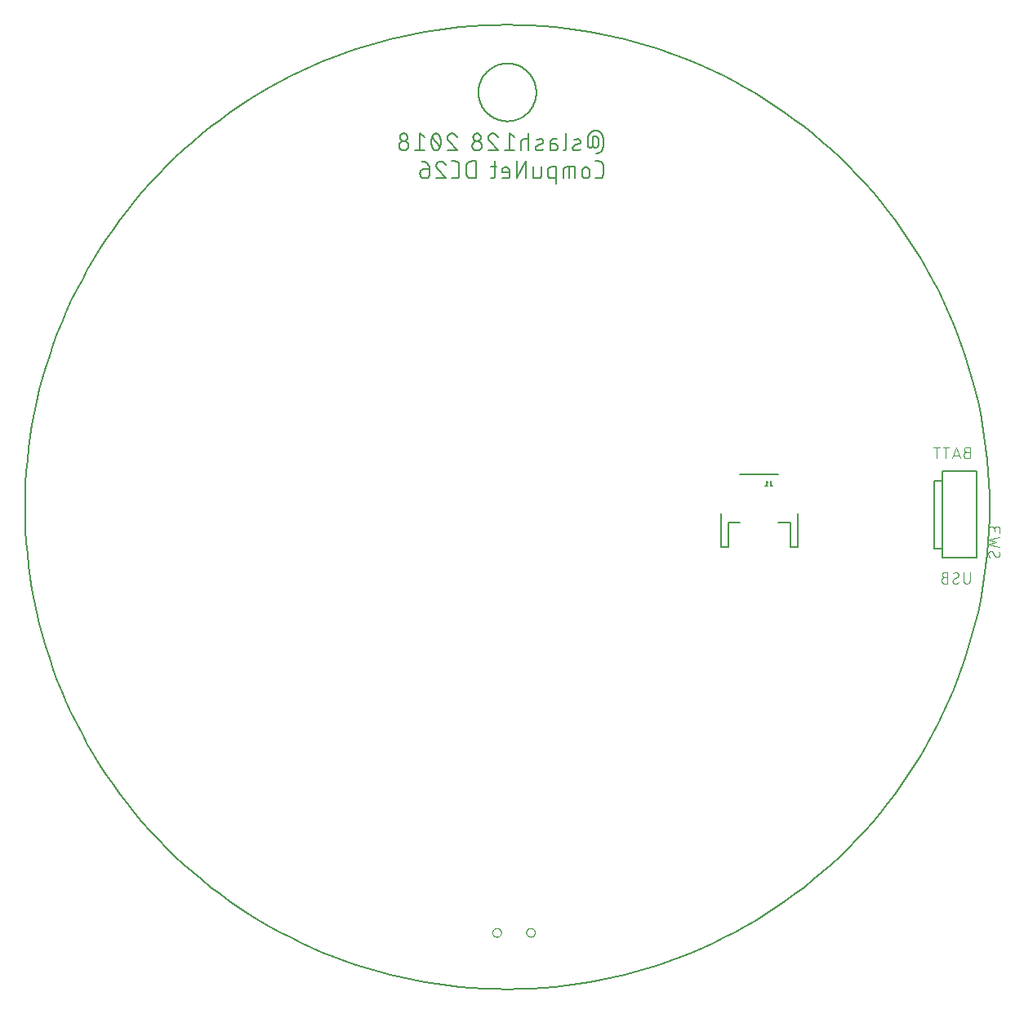
<source format=gbo>
G75*
%MOIN*%
%OFA0B0*%
%FSLAX25Y25*%
%IPPOS*%
%LPD*%
%AMOC8*
5,1,8,0,0,1.08239X$1,22.5*
%
%ADD10C,0.00600*%
%ADD11C,0.00400*%
%ADD12C,0.00800*%
%ADD13C,0.00500*%
%ADD14C,0.00787*%
%ADD15C,0.00000*%
D10*
X0001300Y0203937D02*
X0001359Y0208768D01*
X0001537Y0213596D01*
X0001833Y0218418D01*
X0002248Y0223232D01*
X0002780Y0228034D01*
X0003431Y0232821D01*
X0004198Y0237591D01*
X0005082Y0242341D01*
X0006083Y0247067D01*
X0007199Y0251768D01*
X0008431Y0256439D01*
X0009776Y0261080D01*
X0011235Y0265685D01*
X0012807Y0270254D01*
X0014490Y0274782D01*
X0016284Y0279268D01*
X0018188Y0283709D01*
X0020200Y0288101D01*
X0022319Y0292443D01*
X0024544Y0296731D01*
X0026873Y0300964D01*
X0029306Y0305138D01*
X0031841Y0309251D01*
X0034475Y0313301D01*
X0037208Y0317285D01*
X0040039Y0321200D01*
X0042964Y0325045D01*
X0045983Y0328817D01*
X0049093Y0332514D01*
X0052294Y0336133D01*
X0055582Y0339673D01*
X0058956Y0343131D01*
X0062414Y0346505D01*
X0065954Y0349793D01*
X0069573Y0352994D01*
X0073270Y0356104D01*
X0077042Y0359123D01*
X0080887Y0362048D01*
X0084802Y0364879D01*
X0088786Y0367612D01*
X0092836Y0370246D01*
X0096949Y0372781D01*
X0101123Y0375214D01*
X0105356Y0377543D01*
X0109644Y0379768D01*
X0113986Y0381887D01*
X0118378Y0383899D01*
X0122819Y0385803D01*
X0127305Y0387597D01*
X0131833Y0389280D01*
X0136402Y0390852D01*
X0141007Y0392311D01*
X0145648Y0393656D01*
X0150319Y0394888D01*
X0155020Y0396004D01*
X0159746Y0397005D01*
X0164496Y0397889D01*
X0169266Y0398656D01*
X0174053Y0399307D01*
X0178855Y0399839D01*
X0183669Y0400254D01*
X0188491Y0400550D01*
X0193319Y0400728D01*
X0198150Y0400787D01*
X0202981Y0400728D01*
X0207809Y0400550D01*
X0212631Y0400254D01*
X0217445Y0399839D01*
X0222247Y0399307D01*
X0227034Y0398656D01*
X0231804Y0397889D01*
X0236554Y0397005D01*
X0241280Y0396004D01*
X0245981Y0394888D01*
X0250652Y0393656D01*
X0255293Y0392311D01*
X0259898Y0390852D01*
X0264467Y0389280D01*
X0268995Y0387597D01*
X0273481Y0385803D01*
X0277922Y0383899D01*
X0282314Y0381887D01*
X0286656Y0379768D01*
X0290944Y0377543D01*
X0295177Y0375214D01*
X0299351Y0372781D01*
X0303464Y0370246D01*
X0307514Y0367612D01*
X0311498Y0364879D01*
X0315413Y0362048D01*
X0319258Y0359123D01*
X0323030Y0356104D01*
X0326727Y0352994D01*
X0330346Y0349793D01*
X0333886Y0346505D01*
X0337344Y0343131D01*
X0340718Y0339673D01*
X0344006Y0336133D01*
X0347207Y0332514D01*
X0350317Y0328817D01*
X0353336Y0325045D01*
X0356261Y0321200D01*
X0359092Y0317285D01*
X0361825Y0313301D01*
X0364459Y0309251D01*
X0366994Y0305138D01*
X0369427Y0300964D01*
X0371756Y0296731D01*
X0373981Y0292443D01*
X0376100Y0288101D01*
X0378112Y0283709D01*
X0380016Y0279268D01*
X0381810Y0274782D01*
X0383493Y0270254D01*
X0385065Y0265685D01*
X0386524Y0261080D01*
X0387869Y0256439D01*
X0389101Y0251768D01*
X0390217Y0247067D01*
X0391218Y0242341D01*
X0392102Y0237591D01*
X0392869Y0232821D01*
X0393520Y0228034D01*
X0394052Y0223232D01*
X0394467Y0218418D01*
X0394763Y0213596D01*
X0394941Y0208768D01*
X0395000Y0203937D01*
X0394941Y0199106D01*
X0394763Y0194278D01*
X0394467Y0189456D01*
X0394052Y0184642D01*
X0393520Y0179840D01*
X0392869Y0175053D01*
X0392102Y0170283D01*
X0391218Y0165533D01*
X0390217Y0160807D01*
X0389101Y0156106D01*
X0387869Y0151435D01*
X0386524Y0146794D01*
X0385065Y0142189D01*
X0383493Y0137620D01*
X0381810Y0133092D01*
X0380016Y0128606D01*
X0378112Y0124165D01*
X0376100Y0119773D01*
X0373981Y0115431D01*
X0371756Y0111143D01*
X0369427Y0106910D01*
X0366994Y0102736D01*
X0364459Y0098623D01*
X0361825Y0094573D01*
X0359092Y0090589D01*
X0356261Y0086674D01*
X0353336Y0082829D01*
X0350317Y0079057D01*
X0347207Y0075360D01*
X0344006Y0071741D01*
X0340718Y0068201D01*
X0337344Y0064743D01*
X0333886Y0061369D01*
X0330346Y0058081D01*
X0326727Y0054880D01*
X0323030Y0051770D01*
X0319258Y0048751D01*
X0315413Y0045826D01*
X0311498Y0042995D01*
X0307514Y0040262D01*
X0303464Y0037628D01*
X0299351Y0035093D01*
X0295177Y0032660D01*
X0290944Y0030331D01*
X0286656Y0028106D01*
X0282314Y0025987D01*
X0277922Y0023975D01*
X0273481Y0022071D01*
X0268995Y0020277D01*
X0264467Y0018594D01*
X0259898Y0017022D01*
X0255293Y0015563D01*
X0250652Y0014218D01*
X0245981Y0012986D01*
X0241280Y0011870D01*
X0236554Y0010869D01*
X0231804Y0009985D01*
X0227034Y0009218D01*
X0222247Y0008567D01*
X0217445Y0008035D01*
X0212631Y0007620D01*
X0207809Y0007324D01*
X0202981Y0007146D01*
X0198150Y0007087D01*
X0193319Y0007146D01*
X0188491Y0007324D01*
X0183669Y0007620D01*
X0178855Y0008035D01*
X0174053Y0008567D01*
X0169266Y0009218D01*
X0164496Y0009985D01*
X0159746Y0010869D01*
X0155020Y0011870D01*
X0150319Y0012986D01*
X0145648Y0014218D01*
X0141007Y0015563D01*
X0136402Y0017022D01*
X0131833Y0018594D01*
X0127305Y0020277D01*
X0122819Y0022071D01*
X0118378Y0023975D01*
X0113986Y0025987D01*
X0109644Y0028106D01*
X0105356Y0030331D01*
X0101123Y0032660D01*
X0096949Y0035093D01*
X0092836Y0037628D01*
X0088786Y0040262D01*
X0084802Y0042995D01*
X0080887Y0045826D01*
X0077042Y0048751D01*
X0073270Y0051770D01*
X0069573Y0054880D01*
X0065954Y0058081D01*
X0062414Y0061369D01*
X0058956Y0064743D01*
X0055582Y0068201D01*
X0052294Y0071741D01*
X0049093Y0075360D01*
X0045983Y0079057D01*
X0042964Y0082829D01*
X0040039Y0086674D01*
X0037208Y0090589D01*
X0034475Y0094573D01*
X0031841Y0098623D01*
X0029306Y0102736D01*
X0026873Y0106910D01*
X0024544Y0111143D01*
X0022319Y0115431D01*
X0020200Y0119773D01*
X0018188Y0124165D01*
X0016284Y0128606D01*
X0014490Y0133092D01*
X0012807Y0137620D01*
X0011235Y0142189D01*
X0009776Y0146794D01*
X0008431Y0151435D01*
X0007199Y0156106D01*
X0006083Y0160807D01*
X0005082Y0165533D01*
X0004198Y0170283D01*
X0003431Y0175053D01*
X0002780Y0179840D01*
X0002248Y0184642D01*
X0001833Y0189456D01*
X0001537Y0194278D01*
X0001359Y0199106D01*
X0001300Y0203937D01*
X0153909Y0351440D02*
X0153911Y0351353D01*
X0153917Y0351266D01*
X0153927Y0351179D01*
X0153940Y0351093D01*
X0153958Y0351007D01*
X0153979Y0350923D01*
X0154004Y0350839D01*
X0154033Y0350757D01*
X0154065Y0350676D01*
X0154102Y0350597D01*
X0154141Y0350519D01*
X0154184Y0350443D01*
X0154231Y0350369D01*
X0154280Y0350297D01*
X0154333Y0350228D01*
X0154389Y0350161D01*
X0154448Y0350097D01*
X0154510Y0350035D01*
X0154574Y0349976D01*
X0154641Y0349920D01*
X0154710Y0349867D01*
X0154782Y0349818D01*
X0154856Y0349771D01*
X0154932Y0349728D01*
X0155010Y0349689D01*
X0155089Y0349652D01*
X0155170Y0349620D01*
X0155252Y0349591D01*
X0155336Y0349566D01*
X0155420Y0349545D01*
X0155506Y0349527D01*
X0155592Y0349514D01*
X0155679Y0349504D01*
X0155766Y0349498D01*
X0155853Y0349496D01*
X0155940Y0349498D01*
X0156027Y0349504D01*
X0156114Y0349514D01*
X0156200Y0349527D01*
X0156286Y0349545D01*
X0156370Y0349566D01*
X0156454Y0349591D01*
X0156536Y0349620D01*
X0156617Y0349652D01*
X0156696Y0349689D01*
X0156774Y0349728D01*
X0156850Y0349771D01*
X0156924Y0349818D01*
X0156996Y0349867D01*
X0157065Y0349920D01*
X0157132Y0349976D01*
X0157196Y0350035D01*
X0157258Y0350097D01*
X0157317Y0350161D01*
X0157373Y0350228D01*
X0157426Y0350297D01*
X0157475Y0350369D01*
X0157522Y0350443D01*
X0157565Y0350519D01*
X0157604Y0350597D01*
X0157641Y0350676D01*
X0157673Y0350757D01*
X0157702Y0350839D01*
X0157727Y0350923D01*
X0157748Y0351007D01*
X0157766Y0351093D01*
X0157779Y0351179D01*
X0157789Y0351266D01*
X0157795Y0351353D01*
X0157797Y0351440D01*
X0157795Y0351527D01*
X0157789Y0351614D01*
X0157779Y0351701D01*
X0157766Y0351787D01*
X0157748Y0351873D01*
X0157727Y0351957D01*
X0157702Y0352041D01*
X0157673Y0352123D01*
X0157641Y0352204D01*
X0157604Y0352283D01*
X0157565Y0352361D01*
X0157522Y0352437D01*
X0157475Y0352511D01*
X0157426Y0352583D01*
X0157373Y0352652D01*
X0157317Y0352719D01*
X0157258Y0352783D01*
X0157196Y0352845D01*
X0157132Y0352904D01*
X0157065Y0352960D01*
X0156996Y0353013D01*
X0156924Y0353062D01*
X0156850Y0353109D01*
X0156774Y0353152D01*
X0156696Y0353191D01*
X0156617Y0353228D01*
X0156536Y0353260D01*
X0156454Y0353289D01*
X0156370Y0353314D01*
X0156286Y0353335D01*
X0156200Y0353353D01*
X0156114Y0353366D01*
X0156027Y0353376D01*
X0155940Y0353382D01*
X0155853Y0353384D01*
X0155766Y0353382D01*
X0155679Y0353376D01*
X0155592Y0353366D01*
X0155506Y0353353D01*
X0155420Y0353335D01*
X0155336Y0353314D01*
X0155252Y0353289D01*
X0155170Y0353260D01*
X0155089Y0353228D01*
X0155010Y0353191D01*
X0154932Y0353152D01*
X0154856Y0353109D01*
X0154782Y0353062D01*
X0154710Y0353013D01*
X0154641Y0352960D01*
X0154574Y0352904D01*
X0154510Y0352845D01*
X0154448Y0352783D01*
X0154389Y0352719D01*
X0154333Y0352652D01*
X0154280Y0352583D01*
X0154231Y0352511D01*
X0154184Y0352437D01*
X0154141Y0352361D01*
X0154102Y0352283D01*
X0154065Y0352204D01*
X0154033Y0352123D01*
X0154004Y0352041D01*
X0153979Y0351957D01*
X0153958Y0351873D01*
X0153940Y0351787D01*
X0153927Y0351701D01*
X0153917Y0351614D01*
X0153911Y0351527D01*
X0153909Y0351440D01*
X0154297Y0354940D02*
X0154299Y0354862D01*
X0154305Y0354785D01*
X0154314Y0354708D01*
X0154328Y0354632D01*
X0154345Y0354556D01*
X0154366Y0354481D01*
X0154391Y0354408D01*
X0154419Y0354336D01*
X0154451Y0354265D01*
X0154486Y0354196D01*
X0154525Y0354129D01*
X0154567Y0354063D01*
X0154613Y0354000D01*
X0154661Y0353940D01*
X0154712Y0353882D01*
X0154767Y0353826D01*
X0154823Y0353773D01*
X0154883Y0353723D01*
X0154945Y0353677D01*
X0155009Y0353633D01*
X0155075Y0353592D01*
X0155143Y0353555D01*
X0155213Y0353522D01*
X0155285Y0353492D01*
X0155357Y0353465D01*
X0155432Y0353442D01*
X0155507Y0353423D01*
X0155583Y0353408D01*
X0155660Y0353396D01*
X0155737Y0353388D01*
X0155814Y0353384D01*
X0155892Y0353384D01*
X0155969Y0353388D01*
X0156046Y0353396D01*
X0156123Y0353408D01*
X0156199Y0353423D01*
X0156274Y0353442D01*
X0156349Y0353465D01*
X0156421Y0353492D01*
X0156493Y0353522D01*
X0156563Y0353555D01*
X0156631Y0353592D01*
X0156697Y0353633D01*
X0156761Y0353677D01*
X0156823Y0353723D01*
X0156883Y0353773D01*
X0156939Y0353826D01*
X0156994Y0353882D01*
X0157045Y0353940D01*
X0157093Y0354000D01*
X0157139Y0354063D01*
X0157181Y0354129D01*
X0157220Y0354196D01*
X0157255Y0354265D01*
X0157287Y0354336D01*
X0157315Y0354408D01*
X0157340Y0354481D01*
X0157361Y0354556D01*
X0157378Y0354632D01*
X0157392Y0354708D01*
X0157401Y0354785D01*
X0157407Y0354862D01*
X0157409Y0354940D01*
X0157407Y0355018D01*
X0157401Y0355095D01*
X0157392Y0355172D01*
X0157378Y0355248D01*
X0157361Y0355324D01*
X0157340Y0355399D01*
X0157315Y0355472D01*
X0157287Y0355544D01*
X0157255Y0355615D01*
X0157220Y0355684D01*
X0157181Y0355751D01*
X0157139Y0355817D01*
X0157093Y0355880D01*
X0157045Y0355940D01*
X0156994Y0355998D01*
X0156939Y0356054D01*
X0156883Y0356107D01*
X0156823Y0356157D01*
X0156761Y0356203D01*
X0156697Y0356247D01*
X0156631Y0356288D01*
X0156563Y0356325D01*
X0156493Y0356358D01*
X0156421Y0356388D01*
X0156349Y0356415D01*
X0156274Y0356438D01*
X0156199Y0356457D01*
X0156123Y0356472D01*
X0156046Y0356484D01*
X0155969Y0356492D01*
X0155892Y0356496D01*
X0155814Y0356496D01*
X0155737Y0356492D01*
X0155660Y0356484D01*
X0155583Y0356472D01*
X0155507Y0356457D01*
X0155432Y0356438D01*
X0155357Y0356415D01*
X0155285Y0356388D01*
X0155213Y0356358D01*
X0155143Y0356325D01*
X0155075Y0356288D01*
X0155009Y0356247D01*
X0154945Y0356203D01*
X0154883Y0356157D01*
X0154823Y0356107D01*
X0154767Y0356054D01*
X0154712Y0355998D01*
X0154661Y0355940D01*
X0154613Y0355880D01*
X0154567Y0355817D01*
X0154525Y0355751D01*
X0154486Y0355684D01*
X0154451Y0355615D01*
X0154419Y0355544D01*
X0154391Y0355472D01*
X0154366Y0355399D01*
X0154345Y0355324D01*
X0154328Y0355248D01*
X0154314Y0355172D01*
X0154305Y0355095D01*
X0154299Y0355018D01*
X0154297Y0354940D01*
X0160503Y0349495D02*
X0164392Y0349495D01*
X0162447Y0349495D02*
X0162447Y0356495D01*
X0164392Y0354940D01*
X0170987Y0352995D02*
X0170985Y0352850D01*
X0170980Y0352704D01*
X0170971Y0352559D01*
X0170958Y0352414D01*
X0170941Y0352270D01*
X0170921Y0352126D01*
X0170897Y0351983D01*
X0170870Y0351840D01*
X0170839Y0351698D01*
X0170805Y0351557D01*
X0170767Y0351416D01*
X0170725Y0351277D01*
X0170680Y0351139D01*
X0170632Y0351002D01*
X0170580Y0350866D01*
X0170524Y0350731D01*
X0170466Y0350598D01*
X0170404Y0350467D01*
X0170598Y0351051D02*
X0167486Y0354940D01*
X0167681Y0355523D02*
X0167707Y0355592D01*
X0167736Y0355661D01*
X0167769Y0355727D01*
X0167806Y0355792D01*
X0167845Y0355855D01*
X0167888Y0355916D01*
X0167934Y0355974D01*
X0167983Y0356030D01*
X0168035Y0356084D01*
X0168089Y0356134D01*
X0168146Y0356182D01*
X0168206Y0356227D01*
X0168267Y0356269D01*
X0168331Y0356307D01*
X0168396Y0356342D01*
X0168464Y0356374D01*
X0168533Y0356402D01*
X0168603Y0356426D01*
X0168674Y0356447D01*
X0168747Y0356464D01*
X0168820Y0356478D01*
X0168894Y0356487D01*
X0168968Y0356493D01*
X0169042Y0356495D01*
X0169116Y0356493D01*
X0169190Y0356487D01*
X0169264Y0356478D01*
X0169337Y0356464D01*
X0169410Y0356447D01*
X0169481Y0356426D01*
X0169551Y0356402D01*
X0169620Y0356374D01*
X0169688Y0356342D01*
X0169753Y0356307D01*
X0169817Y0356269D01*
X0169878Y0356227D01*
X0169938Y0356182D01*
X0169995Y0356134D01*
X0170049Y0356084D01*
X0170101Y0356030D01*
X0170150Y0355974D01*
X0170196Y0355916D01*
X0170239Y0355855D01*
X0170278Y0355792D01*
X0170315Y0355727D01*
X0170348Y0355661D01*
X0170377Y0355592D01*
X0170403Y0355523D01*
X0167681Y0355523D02*
X0167619Y0355391D01*
X0167561Y0355258D01*
X0167505Y0355124D01*
X0167453Y0354988D01*
X0167405Y0354851D01*
X0167360Y0354713D01*
X0167318Y0354573D01*
X0167280Y0354433D01*
X0167246Y0354292D01*
X0167215Y0354150D01*
X0167188Y0354007D01*
X0167164Y0353864D01*
X0167144Y0353720D01*
X0167127Y0353575D01*
X0167114Y0353431D01*
X0167105Y0353286D01*
X0167100Y0353140D01*
X0167098Y0352995D01*
X0170986Y0352995D02*
X0170984Y0353140D01*
X0170979Y0353286D01*
X0170970Y0353431D01*
X0170957Y0353575D01*
X0170940Y0353720D01*
X0170920Y0353864D01*
X0170896Y0354007D01*
X0170869Y0354150D01*
X0170838Y0354292D01*
X0170804Y0354433D01*
X0170766Y0354573D01*
X0170724Y0354713D01*
X0170679Y0354851D01*
X0170631Y0354988D01*
X0170579Y0355124D01*
X0170523Y0355258D01*
X0170465Y0355391D01*
X0170403Y0355523D01*
X0167097Y0352995D02*
X0167099Y0352850D01*
X0167104Y0352704D01*
X0167113Y0352559D01*
X0167126Y0352414D01*
X0167143Y0352270D01*
X0167163Y0352126D01*
X0167187Y0351983D01*
X0167214Y0351840D01*
X0167245Y0351698D01*
X0167279Y0351557D01*
X0167317Y0351416D01*
X0167359Y0351277D01*
X0167404Y0351139D01*
X0167452Y0351002D01*
X0167504Y0350866D01*
X0167560Y0350731D01*
X0167618Y0350598D01*
X0167680Y0350467D01*
X0169042Y0349495D02*
X0169116Y0349497D01*
X0169190Y0349503D01*
X0169264Y0349512D01*
X0169337Y0349526D01*
X0169410Y0349543D01*
X0169481Y0349564D01*
X0169551Y0349588D01*
X0169620Y0349616D01*
X0169688Y0349648D01*
X0169753Y0349683D01*
X0169817Y0349721D01*
X0169878Y0349763D01*
X0169938Y0349808D01*
X0169995Y0349856D01*
X0170049Y0349906D01*
X0170101Y0349960D01*
X0170150Y0350016D01*
X0170196Y0350074D01*
X0170239Y0350135D01*
X0170278Y0350198D01*
X0170315Y0350263D01*
X0170348Y0350329D01*
X0170377Y0350398D01*
X0170403Y0350467D01*
X0169042Y0349495D02*
X0168968Y0349497D01*
X0168894Y0349503D01*
X0168820Y0349512D01*
X0168747Y0349526D01*
X0168674Y0349543D01*
X0168603Y0349564D01*
X0168533Y0349588D01*
X0168464Y0349616D01*
X0168396Y0349648D01*
X0168331Y0349683D01*
X0168267Y0349721D01*
X0168206Y0349763D01*
X0168146Y0349808D01*
X0168089Y0349856D01*
X0168035Y0349906D01*
X0167983Y0349960D01*
X0167934Y0350016D01*
X0167888Y0350074D01*
X0167845Y0350135D01*
X0167806Y0350198D01*
X0167769Y0350263D01*
X0167736Y0350329D01*
X0167707Y0350398D01*
X0167681Y0350467D01*
X0173692Y0349495D02*
X0177581Y0349495D01*
X0174276Y0353384D01*
X0175442Y0356495D02*
X0175536Y0356493D01*
X0175630Y0356487D01*
X0175724Y0356477D01*
X0175817Y0356463D01*
X0175910Y0356446D01*
X0176001Y0356424D01*
X0176092Y0356399D01*
X0176182Y0356370D01*
X0176270Y0356337D01*
X0176357Y0356300D01*
X0176442Y0356260D01*
X0176526Y0356217D01*
X0176607Y0356169D01*
X0176687Y0356119D01*
X0176764Y0356065D01*
X0176839Y0356008D01*
X0176912Y0355948D01*
X0176982Y0355885D01*
X0177049Y0355819D01*
X0177114Y0355750D01*
X0177175Y0355679D01*
X0177234Y0355605D01*
X0177289Y0355529D01*
X0177341Y0355450D01*
X0177390Y0355369D01*
X0177435Y0355287D01*
X0177477Y0355202D01*
X0177515Y0355116D01*
X0177550Y0355029D01*
X0177581Y0354940D01*
X0174275Y0353384D02*
X0174216Y0353443D01*
X0174158Y0353506D01*
X0174104Y0353570D01*
X0174053Y0353638D01*
X0174004Y0353707D01*
X0173959Y0353779D01*
X0173918Y0353852D01*
X0173879Y0353927D01*
X0173844Y0354004D01*
X0173812Y0354083D01*
X0173784Y0354163D01*
X0173760Y0354244D01*
X0173739Y0354326D01*
X0173722Y0354409D01*
X0173709Y0354492D01*
X0173700Y0354576D01*
X0173694Y0354660D01*
X0173692Y0354745D01*
X0173694Y0354826D01*
X0173699Y0354906D01*
X0173709Y0354987D01*
X0173722Y0355067D01*
X0173738Y0355146D01*
X0173759Y0355224D01*
X0173783Y0355301D01*
X0173810Y0355377D01*
X0173841Y0355452D01*
X0173875Y0355525D01*
X0173913Y0355597D01*
X0173954Y0355666D01*
X0173998Y0355734D01*
X0174045Y0355800D01*
X0174096Y0355863D01*
X0174149Y0355924D01*
X0174205Y0355982D01*
X0174263Y0356038D01*
X0174324Y0356091D01*
X0174387Y0356142D01*
X0174453Y0356189D01*
X0174521Y0356233D01*
X0174590Y0356274D01*
X0174662Y0356312D01*
X0174735Y0356346D01*
X0174810Y0356377D01*
X0174886Y0356404D01*
X0174963Y0356428D01*
X0175041Y0356449D01*
X0175120Y0356465D01*
X0175200Y0356478D01*
X0175281Y0356488D01*
X0175361Y0356493D01*
X0175442Y0356495D01*
X0184192Y0354940D02*
X0184194Y0354862D01*
X0184200Y0354785D01*
X0184209Y0354708D01*
X0184223Y0354632D01*
X0184240Y0354556D01*
X0184261Y0354481D01*
X0184286Y0354408D01*
X0184314Y0354336D01*
X0184346Y0354265D01*
X0184381Y0354196D01*
X0184420Y0354129D01*
X0184462Y0354063D01*
X0184508Y0354000D01*
X0184556Y0353940D01*
X0184607Y0353882D01*
X0184662Y0353826D01*
X0184718Y0353773D01*
X0184778Y0353723D01*
X0184840Y0353677D01*
X0184904Y0353633D01*
X0184970Y0353592D01*
X0185038Y0353555D01*
X0185108Y0353522D01*
X0185180Y0353492D01*
X0185252Y0353465D01*
X0185327Y0353442D01*
X0185402Y0353423D01*
X0185478Y0353408D01*
X0185555Y0353396D01*
X0185632Y0353388D01*
X0185709Y0353384D01*
X0185787Y0353384D01*
X0185864Y0353388D01*
X0185941Y0353396D01*
X0186018Y0353408D01*
X0186094Y0353423D01*
X0186169Y0353442D01*
X0186244Y0353465D01*
X0186316Y0353492D01*
X0186388Y0353522D01*
X0186458Y0353555D01*
X0186526Y0353592D01*
X0186592Y0353633D01*
X0186656Y0353677D01*
X0186718Y0353723D01*
X0186778Y0353773D01*
X0186834Y0353826D01*
X0186889Y0353882D01*
X0186940Y0353940D01*
X0186988Y0354000D01*
X0187034Y0354063D01*
X0187076Y0354129D01*
X0187115Y0354196D01*
X0187150Y0354265D01*
X0187182Y0354336D01*
X0187210Y0354408D01*
X0187235Y0354481D01*
X0187256Y0354556D01*
X0187273Y0354632D01*
X0187287Y0354708D01*
X0187296Y0354785D01*
X0187302Y0354862D01*
X0187304Y0354940D01*
X0187302Y0355018D01*
X0187296Y0355095D01*
X0187287Y0355172D01*
X0187273Y0355248D01*
X0187256Y0355324D01*
X0187235Y0355399D01*
X0187210Y0355472D01*
X0187182Y0355544D01*
X0187150Y0355615D01*
X0187115Y0355684D01*
X0187076Y0355751D01*
X0187034Y0355817D01*
X0186988Y0355880D01*
X0186940Y0355940D01*
X0186889Y0355998D01*
X0186834Y0356054D01*
X0186778Y0356107D01*
X0186718Y0356157D01*
X0186656Y0356203D01*
X0186592Y0356247D01*
X0186526Y0356288D01*
X0186458Y0356325D01*
X0186388Y0356358D01*
X0186316Y0356388D01*
X0186244Y0356415D01*
X0186169Y0356438D01*
X0186094Y0356457D01*
X0186018Y0356472D01*
X0185941Y0356484D01*
X0185864Y0356492D01*
X0185787Y0356496D01*
X0185709Y0356496D01*
X0185632Y0356492D01*
X0185555Y0356484D01*
X0185478Y0356472D01*
X0185402Y0356457D01*
X0185327Y0356438D01*
X0185252Y0356415D01*
X0185180Y0356388D01*
X0185108Y0356358D01*
X0185038Y0356325D01*
X0184970Y0356288D01*
X0184904Y0356247D01*
X0184840Y0356203D01*
X0184778Y0356157D01*
X0184718Y0356107D01*
X0184662Y0356054D01*
X0184607Y0355998D01*
X0184556Y0355940D01*
X0184508Y0355880D01*
X0184462Y0355817D01*
X0184420Y0355751D01*
X0184381Y0355684D01*
X0184346Y0355615D01*
X0184314Y0355544D01*
X0184286Y0355472D01*
X0184261Y0355399D01*
X0184240Y0355324D01*
X0184223Y0355248D01*
X0184209Y0355172D01*
X0184200Y0355095D01*
X0184194Y0355018D01*
X0184192Y0354940D01*
X0183804Y0351440D02*
X0183806Y0351353D01*
X0183812Y0351266D01*
X0183822Y0351179D01*
X0183835Y0351093D01*
X0183853Y0351007D01*
X0183874Y0350923D01*
X0183899Y0350839D01*
X0183928Y0350757D01*
X0183960Y0350676D01*
X0183997Y0350597D01*
X0184036Y0350519D01*
X0184079Y0350443D01*
X0184126Y0350369D01*
X0184175Y0350297D01*
X0184228Y0350228D01*
X0184284Y0350161D01*
X0184343Y0350097D01*
X0184405Y0350035D01*
X0184469Y0349976D01*
X0184536Y0349920D01*
X0184605Y0349867D01*
X0184677Y0349818D01*
X0184751Y0349771D01*
X0184827Y0349728D01*
X0184905Y0349689D01*
X0184984Y0349652D01*
X0185065Y0349620D01*
X0185147Y0349591D01*
X0185231Y0349566D01*
X0185315Y0349545D01*
X0185401Y0349527D01*
X0185487Y0349514D01*
X0185574Y0349504D01*
X0185661Y0349498D01*
X0185748Y0349496D01*
X0185835Y0349498D01*
X0185922Y0349504D01*
X0186009Y0349514D01*
X0186095Y0349527D01*
X0186181Y0349545D01*
X0186265Y0349566D01*
X0186349Y0349591D01*
X0186431Y0349620D01*
X0186512Y0349652D01*
X0186591Y0349689D01*
X0186669Y0349728D01*
X0186745Y0349771D01*
X0186819Y0349818D01*
X0186891Y0349867D01*
X0186960Y0349920D01*
X0187027Y0349976D01*
X0187091Y0350035D01*
X0187153Y0350097D01*
X0187212Y0350161D01*
X0187268Y0350228D01*
X0187321Y0350297D01*
X0187370Y0350369D01*
X0187417Y0350443D01*
X0187460Y0350519D01*
X0187499Y0350597D01*
X0187536Y0350676D01*
X0187568Y0350757D01*
X0187597Y0350839D01*
X0187622Y0350923D01*
X0187643Y0351007D01*
X0187661Y0351093D01*
X0187674Y0351179D01*
X0187684Y0351266D01*
X0187690Y0351353D01*
X0187692Y0351440D01*
X0187690Y0351527D01*
X0187684Y0351614D01*
X0187674Y0351701D01*
X0187661Y0351787D01*
X0187643Y0351873D01*
X0187622Y0351957D01*
X0187597Y0352041D01*
X0187568Y0352123D01*
X0187536Y0352204D01*
X0187499Y0352283D01*
X0187460Y0352361D01*
X0187417Y0352437D01*
X0187370Y0352511D01*
X0187321Y0352583D01*
X0187268Y0352652D01*
X0187212Y0352719D01*
X0187153Y0352783D01*
X0187091Y0352845D01*
X0187027Y0352904D01*
X0186960Y0352960D01*
X0186891Y0353013D01*
X0186819Y0353062D01*
X0186745Y0353109D01*
X0186669Y0353152D01*
X0186591Y0353191D01*
X0186512Y0353228D01*
X0186431Y0353260D01*
X0186349Y0353289D01*
X0186265Y0353314D01*
X0186181Y0353335D01*
X0186095Y0353353D01*
X0186009Y0353366D01*
X0185922Y0353376D01*
X0185835Y0353382D01*
X0185748Y0353384D01*
X0185661Y0353382D01*
X0185574Y0353376D01*
X0185487Y0353366D01*
X0185401Y0353353D01*
X0185315Y0353335D01*
X0185231Y0353314D01*
X0185147Y0353289D01*
X0185065Y0353260D01*
X0184984Y0353228D01*
X0184905Y0353191D01*
X0184827Y0353152D01*
X0184751Y0353109D01*
X0184677Y0353062D01*
X0184605Y0353013D01*
X0184536Y0352960D01*
X0184469Y0352904D01*
X0184405Y0352845D01*
X0184343Y0352783D01*
X0184284Y0352719D01*
X0184228Y0352652D01*
X0184175Y0352583D01*
X0184126Y0352511D01*
X0184079Y0352437D01*
X0184036Y0352361D01*
X0183997Y0352283D01*
X0183960Y0352204D01*
X0183928Y0352123D01*
X0183899Y0352041D01*
X0183874Y0351957D01*
X0183853Y0351873D01*
X0183835Y0351787D01*
X0183822Y0351701D01*
X0183812Y0351614D01*
X0183806Y0351527D01*
X0183804Y0351440D01*
X0183384Y0345095D02*
X0185328Y0345095D01*
X0185328Y0338095D01*
X0183384Y0338095D01*
X0183384Y0338096D02*
X0183297Y0338098D01*
X0183210Y0338104D01*
X0183123Y0338114D01*
X0183037Y0338127D01*
X0182951Y0338145D01*
X0182867Y0338166D01*
X0182783Y0338191D01*
X0182701Y0338220D01*
X0182620Y0338252D01*
X0182541Y0338289D01*
X0182463Y0338328D01*
X0182387Y0338371D01*
X0182313Y0338418D01*
X0182241Y0338467D01*
X0182172Y0338520D01*
X0182105Y0338576D01*
X0182041Y0338635D01*
X0181979Y0338697D01*
X0181920Y0338761D01*
X0181864Y0338828D01*
X0181811Y0338897D01*
X0181762Y0338969D01*
X0181715Y0339043D01*
X0181672Y0339119D01*
X0181633Y0339197D01*
X0181596Y0339276D01*
X0181564Y0339357D01*
X0181535Y0339439D01*
X0181510Y0339523D01*
X0181489Y0339607D01*
X0181471Y0339693D01*
X0181458Y0339779D01*
X0181448Y0339866D01*
X0181442Y0339953D01*
X0181440Y0340040D01*
X0181439Y0340040D02*
X0181439Y0343151D01*
X0181440Y0343151D02*
X0181442Y0343238D01*
X0181448Y0343325D01*
X0181458Y0343412D01*
X0181471Y0343498D01*
X0181489Y0343584D01*
X0181510Y0343668D01*
X0181535Y0343752D01*
X0181564Y0343834D01*
X0181596Y0343915D01*
X0181633Y0343994D01*
X0181672Y0344072D01*
X0181715Y0344148D01*
X0181762Y0344222D01*
X0181811Y0344294D01*
X0181864Y0344363D01*
X0181920Y0344430D01*
X0181979Y0344494D01*
X0182041Y0344556D01*
X0182105Y0344615D01*
X0182172Y0344671D01*
X0182241Y0344724D01*
X0182313Y0344773D01*
X0182387Y0344820D01*
X0182463Y0344863D01*
X0182541Y0344902D01*
X0182620Y0344939D01*
X0182701Y0344971D01*
X0182783Y0345000D01*
X0182867Y0345025D01*
X0182951Y0345046D01*
X0183037Y0345064D01*
X0183123Y0345077D01*
X0183210Y0345087D01*
X0183297Y0345093D01*
X0183384Y0345095D01*
X0178528Y0343540D02*
X0178528Y0339651D01*
X0178526Y0339575D01*
X0178521Y0339498D01*
X0178511Y0339423D01*
X0178498Y0339347D01*
X0178481Y0339273D01*
X0178461Y0339199D01*
X0178437Y0339127D01*
X0178410Y0339056D01*
X0178379Y0338986D01*
X0178344Y0338918D01*
X0178307Y0338851D01*
X0178266Y0338787D01*
X0178222Y0338724D01*
X0178175Y0338664D01*
X0178125Y0338606D01*
X0178072Y0338551D01*
X0178017Y0338498D01*
X0177959Y0338448D01*
X0177899Y0338401D01*
X0177836Y0338357D01*
X0177772Y0338316D01*
X0177705Y0338279D01*
X0177637Y0338244D01*
X0177567Y0338213D01*
X0177496Y0338186D01*
X0177424Y0338162D01*
X0177350Y0338142D01*
X0177276Y0338125D01*
X0177200Y0338112D01*
X0177125Y0338102D01*
X0177048Y0338097D01*
X0176972Y0338095D01*
X0175417Y0338095D01*
X0173018Y0338095D02*
X0169713Y0341984D01*
X0170879Y0345095D02*
X0170973Y0345093D01*
X0171067Y0345087D01*
X0171161Y0345077D01*
X0171254Y0345063D01*
X0171347Y0345046D01*
X0171438Y0345024D01*
X0171529Y0344999D01*
X0171619Y0344970D01*
X0171707Y0344937D01*
X0171794Y0344900D01*
X0171879Y0344860D01*
X0171963Y0344817D01*
X0172044Y0344769D01*
X0172124Y0344719D01*
X0172201Y0344665D01*
X0172276Y0344608D01*
X0172349Y0344548D01*
X0172419Y0344485D01*
X0172486Y0344419D01*
X0172551Y0344350D01*
X0172612Y0344279D01*
X0172671Y0344205D01*
X0172726Y0344129D01*
X0172778Y0344050D01*
X0172827Y0343969D01*
X0172872Y0343887D01*
X0172914Y0343802D01*
X0172952Y0343716D01*
X0172987Y0343629D01*
X0173018Y0343540D01*
X0169712Y0341984D02*
X0169653Y0342043D01*
X0169595Y0342106D01*
X0169541Y0342170D01*
X0169490Y0342238D01*
X0169441Y0342307D01*
X0169396Y0342379D01*
X0169355Y0342452D01*
X0169316Y0342527D01*
X0169281Y0342604D01*
X0169249Y0342683D01*
X0169221Y0342763D01*
X0169197Y0342844D01*
X0169176Y0342926D01*
X0169159Y0343009D01*
X0169146Y0343092D01*
X0169137Y0343176D01*
X0169131Y0343260D01*
X0169129Y0343345D01*
X0169131Y0343426D01*
X0169136Y0343506D01*
X0169146Y0343587D01*
X0169159Y0343667D01*
X0169175Y0343746D01*
X0169196Y0343824D01*
X0169220Y0343901D01*
X0169247Y0343977D01*
X0169278Y0344052D01*
X0169312Y0344125D01*
X0169350Y0344197D01*
X0169391Y0344266D01*
X0169435Y0344334D01*
X0169482Y0344400D01*
X0169533Y0344463D01*
X0169586Y0344524D01*
X0169642Y0344582D01*
X0169700Y0344638D01*
X0169761Y0344691D01*
X0169824Y0344742D01*
X0169890Y0344789D01*
X0169958Y0344833D01*
X0170027Y0344874D01*
X0170099Y0344912D01*
X0170172Y0344946D01*
X0170247Y0344977D01*
X0170323Y0345004D01*
X0170400Y0345028D01*
X0170478Y0345049D01*
X0170557Y0345065D01*
X0170637Y0345078D01*
X0170718Y0345088D01*
X0170798Y0345093D01*
X0170879Y0345095D01*
X0175417Y0345095D02*
X0176972Y0345095D01*
X0176972Y0345096D02*
X0177051Y0345094D01*
X0177129Y0345088D01*
X0177208Y0345078D01*
X0177285Y0345064D01*
X0177362Y0345046D01*
X0177438Y0345025D01*
X0177512Y0344999D01*
X0177586Y0344970D01*
X0177657Y0344937D01*
X0177727Y0344900D01*
X0177795Y0344860D01*
X0177861Y0344817D01*
X0177924Y0344770D01*
X0177986Y0344721D01*
X0178044Y0344668D01*
X0178100Y0344612D01*
X0178153Y0344554D01*
X0178202Y0344492D01*
X0178249Y0344429D01*
X0178292Y0344363D01*
X0178332Y0344295D01*
X0178369Y0344225D01*
X0178402Y0344154D01*
X0178431Y0344080D01*
X0178457Y0344006D01*
X0178478Y0343930D01*
X0178496Y0343853D01*
X0178510Y0343776D01*
X0178520Y0343697D01*
X0178526Y0343619D01*
X0178528Y0343540D01*
X0173018Y0338095D02*
X0169129Y0338095D01*
X0166424Y0340040D02*
X0166424Y0341984D01*
X0164090Y0341984D01*
X0166423Y0341984D02*
X0166421Y0342095D01*
X0166415Y0342206D01*
X0166405Y0342317D01*
X0166391Y0342427D01*
X0166374Y0342536D01*
X0166352Y0342645D01*
X0166326Y0342753D01*
X0166297Y0342860D01*
X0166264Y0342966D01*
X0166227Y0343071D01*
X0166186Y0343175D01*
X0166142Y0343276D01*
X0166094Y0343377D01*
X0166042Y0343475D01*
X0165988Y0343571D01*
X0165929Y0343666D01*
X0165867Y0343758D01*
X0165802Y0343848D01*
X0165734Y0343936D01*
X0165663Y0344021D01*
X0165589Y0344104D01*
X0165512Y0344184D01*
X0165432Y0344261D01*
X0165349Y0344335D01*
X0165264Y0344406D01*
X0165176Y0344474D01*
X0165086Y0344539D01*
X0164994Y0344601D01*
X0164899Y0344659D01*
X0164803Y0344714D01*
X0164705Y0344766D01*
X0164604Y0344814D01*
X0164503Y0344858D01*
X0164399Y0344899D01*
X0164294Y0344936D01*
X0164188Y0344969D01*
X0164081Y0344998D01*
X0163973Y0345024D01*
X0163864Y0345046D01*
X0163755Y0345063D01*
X0163645Y0345077D01*
X0163534Y0345087D01*
X0163423Y0345093D01*
X0163312Y0345095D01*
X0162535Y0340429D02*
X0162535Y0340040D01*
X0162534Y0340429D02*
X0162536Y0340508D01*
X0162542Y0340586D01*
X0162552Y0340665D01*
X0162566Y0340742D01*
X0162584Y0340819D01*
X0162605Y0340895D01*
X0162631Y0340969D01*
X0162660Y0341043D01*
X0162693Y0341114D01*
X0162730Y0341184D01*
X0162770Y0341252D01*
X0162813Y0341318D01*
X0162860Y0341381D01*
X0162909Y0341443D01*
X0162962Y0341501D01*
X0163018Y0341557D01*
X0163076Y0341610D01*
X0163138Y0341659D01*
X0163201Y0341706D01*
X0163267Y0341749D01*
X0163335Y0341789D01*
X0163405Y0341826D01*
X0163476Y0341859D01*
X0163550Y0341888D01*
X0163624Y0341914D01*
X0163700Y0341935D01*
X0163777Y0341953D01*
X0163854Y0341967D01*
X0163933Y0341977D01*
X0164011Y0341983D01*
X0164090Y0341985D01*
X0162535Y0340040D02*
X0162537Y0339953D01*
X0162543Y0339866D01*
X0162553Y0339779D01*
X0162566Y0339693D01*
X0162584Y0339607D01*
X0162605Y0339523D01*
X0162630Y0339439D01*
X0162659Y0339357D01*
X0162691Y0339276D01*
X0162728Y0339197D01*
X0162767Y0339119D01*
X0162810Y0339043D01*
X0162857Y0338969D01*
X0162906Y0338897D01*
X0162959Y0338828D01*
X0163015Y0338761D01*
X0163074Y0338697D01*
X0163136Y0338635D01*
X0163200Y0338576D01*
X0163267Y0338520D01*
X0163336Y0338467D01*
X0163408Y0338418D01*
X0163482Y0338371D01*
X0163558Y0338328D01*
X0163636Y0338289D01*
X0163715Y0338252D01*
X0163796Y0338220D01*
X0163878Y0338191D01*
X0163962Y0338166D01*
X0164046Y0338145D01*
X0164132Y0338127D01*
X0164218Y0338114D01*
X0164305Y0338104D01*
X0164392Y0338098D01*
X0164479Y0338096D01*
X0164566Y0338098D01*
X0164653Y0338104D01*
X0164740Y0338114D01*
X0164826Y0338127D01*
X0164912Y0338145D01*
X0164996Y0338166D01*
X0165080Y0338191D01*
X0165162Y0338220D01*
X0165243Y0338252D01*
X0165322Y0338289D01*
X0165400Y0338328D01*
X0165476Y0338371D01*
X0165550Y0338418D01*
X0165622Y0338467D01*
X0165691Y0338520D01*
X0165758Y0338576D01*
X0165822Y0338635D01*
X0165884Y0338697D01*
X0165943Y0338761D01*
X0165999Y0338828D01*
X0166052Y0338897D01*
X0166101Y0338969D01*
X0166148Y0339043D01*
X0166191Y0339119D01*
X0166230Y0339197D01*
X0166267Y0339276D01*
X0166299Y0339357D01*
X0166328Y0339439D01*
X0166353Y0339523D01*
X0166374Y0339607D01*
X0166392Y0339693D01*
X0166405Y0339779D01*
X0166415Y0339866D01*
X0166421Y0339953D01*
X0166423Y0340040D01*
X0191493Y0338095D02*
X0191882Y0338095D01*
X0191947Y0338097D01*
X0192013Y0338102D01*
X0192077Y0338111D01*
X0192142Y0338124D01*
X0192205Y0338141D01*
X0192267Y0338160D01*
X0192329Y0338184D01*
X0192388Y0338211D01*
X0192446Y0338241D01*
X0192503Y0338274D01*
X0192557Y0338310D01*
X0192610Y0338350D01*
X0192660Y0338392D01*
X0192707Y0338437D01*
X0192752Y0338484D01*
X0192794Y0338534D01*
X0192834Y0338587D01*
X0192870Y0338641D01*
X0192903Y0338698D01*
X0192933Y0338756D01*
X0192960Y0338815D01*
X0192984Y0338877D01*
X0193003Y0338939D01*
X0193020Y0339002D01*
X0193033Y0339067D01*
X0193042Y0339131D01*
X0193047Y0339197D01*
X0193049Y0339262D01*
X0193048Y0339262D02*
X0193048Y0345095D01*
X0193826Y0342762D02*
X0191493Y0342762D01*
X0195897Y0341206D02*
X0195897Y0340429D01*
X0199008Y0340429D01*
X0199008Y0341206D02*
X0199008Y0339262D01*
X0199006Y0339197D01*
X0199001Y0339131D01*
X0198992Y0339067D01*
X0198979Y0339002D01*
X0198962Y0338939D01*
X0198943Y0338877D01*
X0198919Y0338815D01*
X0198892Y0338756D01*
X0198862Y0338698D01*
X0198829Y0338641D01*
X0198793Y0338587D01*
X0198753Y0338534D01*
X0198711Y0338484D01*
X0198666Y0338437D01*
X0198619Y0338392D01*
X0198569Y0338350D01*
X0198516Y0338310D01*
X0198462Y0338274D01*
X0198405Y0338241D01*
X0198347Y0338211D01*
X0198288Y0338184D01*
X0198226Y0338160D01*
X0198164Y0338141D01*
X0198101Y0338124D01*
X0198036Y0338111D01*
X0197972Y0338102D01*
X0197906Y0338097D01*
X0197841Y0338095D01*
X0195897Y0338095D01*
X0195896Y0341206D02*
X0195898Y0341284D01*
X0195904Y0341361D01*
X0195913Y0341438D01*
X0195927Y0341514D01*
X0195944Y0341590D01*
X0195965Y0341665D01*
X0195990Y0341738D01*
X0196018Y0341810D01*
X0196050Y0341881D01*
X0196085Y0341950D01*
X0196124Y0342017D01*
X0196166Y0342083D01*
X0196212Y0342146D01*
X0196260Y0342206D01*
X0196311Y0342264D01*
X0196366Y0342320D01*
X0196422Y0342373D01*
X0196482Y0342423D01*
X0196544Y0342469D01*
X0196608Y0342513D01*
X0196674Y0342554D01*
X0196742Y0342591D01*
X0196812Y0342624D01*
X0196884Y0342654D01*
X0196956Y0342681D01*
X0197031Y0342704D01*
X0197106Y0342723D01*
X0197182Y0342738D01*
X0197259Y0342750D01*
X0197336Y0342758D01*
X0197413Y0342762D01*
X0197491Y0342762D01*
X0197568Y0342758D01*
X0197645Y0342750D01*
X0197722Y0342738D01*
X0197798Y0342723D01*
X0197873Y0342704D01*
X0197948Y0342681D01*
X0198020Y0342654D01*
X0198092Y0342624D01*
X0198162Y0342591D01*
X0198230Y0342554D01*
X0198296Y0342513D01*
X0198360Y0342469D01*
X0198422Y0342423D01*
X0198482Y0342373D01*
X0198538Y0342320D01*
X0198593Y0342264D01*
X0198644Y0342206D01*
X0198692Y0342146D01*
X0198738Y0342083D01*
X0198780Y0342017D01*
X0198819Y0341950D01*
X0198854Y0341881D01*
X0198886Y0341810D01*
X0198914Y0341738D01*
X0198939Y0341665D01*
X0198960Y0341590D01*
X0198977Y0341514D01*
X0198991Y0341438D01*
X0199000Y0341361D01*
X0199006Y0341284D01*
X0199008Y0341206D01*
X0201883Y0338095D02*
X0201883Y0345095D01*
X0205772Y0345095D02*
X0201883Y0338095D01*
X0205772Y0338095D02*
X0205772Y0345095D01*
X0208866Y0342762D02*
X0208866Y0338095D01*
X0210811Y0338095D01*
X0210876Y0338097D01*
X0210942Y0338102D01*
X0211006Y0338111D01*
X0211071Y0338124D01*
X0211134Y0338141D01*
X0211196Y0338160D01*
X0211258Y0338184D01*
X0211317Y0338211D01*
X0211375Y0338241D01*
X0211432Y0338274D01*
X0211486Y0338310D01*
X0211539Y0338350D01*
X0211589Y0338392D01*
X0211636Y0338437D01*
X0211681Y0338484D01*
X0211723Y0338534D01*
X0211763Y0338587D01*
X0211799Y0338641D01*
X0211832Y0338698D01*
X0211862Y0338756D01*
X0211889Y0338815D01*
X0211913Y0338877D01*
X0211932Y0338939D01*
X0211949Y0339002D01*
X0211962Y0339067D01*
X0211971Y0339131D01*
X0211976Y0339197D01*
X0211978Y0339262D01*
X0211978Y0342762D01*
X0214775Y0341595D02*
X0214775Y0339262D01*
X0214774Y0339262D02*
X0214776Y0339197D01*
X0214781Y0339131D01*
X0214790Y0339067D01*
X0214803Y0339002D01*
X0214820Y0338939D01*
X0214839Y0338877D01*
X0214863Y0338815D01*
X0214890Y0338756D01*
X0214920Y0338697D01*
X0214953Y0338641D01*
X0214989Y0338587D01*
X0215029Y0338534D01*
X0215071Y0338484D01*
X0215116Y0338437D01*
X0215163Y0338392D01*
X0215213Y0338350D01*
X0215266Y0338310D01*
X0215320Y0338274D01*
X0215377Y0338241D01*
X0215435Y0338211D01*
X0215494Y0338184D01*
X0215556Y0338160D01*
X0215618Y0338141D01*
X0215681Y0338124D01*
X0215746Y0338111D01*
X0215810Y0338102D01*
X0215876Y0338097D01*
X0215941Y0338095D01*
X0217886Y0338095D01*
X0217886Y0335762D02*
X0217886Y0342762D01*
X0215941Y0342762D01*
X0215873Y0342760D01*
X0215806Y0342754D01*
X0215738Y0342744D01*
X0215672Y0342731D01*
X0215606Y0342713D01*
X0215542Y0342692D01*
X0215479Y0342667D01*
X0215417Y0342638D01*
X0215358Y0342606D01*
X0215300Y0342570D01*
X0215244Y0342531D01*
X0215191Y0342489D01*
X0215140Y0342444D01*
X0215092Y0342396D01*
X0215047Y0342345D01*
X0215005Y0342292D01*
X0214966Y0342236D01*
X0214930Y0342179D01*
X0214898Y0342119D01*
X0214869Y0342057D01*
X0214844Y0341994D01*
X0214823Y0341930D01*
X0214805Y0341864D01*
X0214792Y0341798D01*
X0214782Y0341731D01*
X0214776Y0341663D01*
X0214774Y0341595D01*
X0221058Y0341595D02*
X0221058Y0338095D01*
X0223392Y0338095D02*
X0223392Y0342762D01*
X0222225Y0342762D02*
X0225725Y0342762D01*
X0225725Y0338095D01*
X0228650Y0339651D02*
X0228650Y0341206D01*
X0228652Y0341284D01*
X0228658Y0341361D01*
X0228667Y0341438D01*
X0228681Y0341514D01*
X0228698Y0341590D01*
X0228719Y0341665D01*
X0228744Y0341738D01*
X0228772Y0341810D01*
X0228804Y0341881D01*
X0228839Y0341950D01*
X0228878Y0342017D01*
X0228920Y0342083D01*
X0228966Y0342146D01*
X0229014Y0342206D01*
X0229065Y0342264D01*
X0229120Y0342320D01*
X0229176Y0342373D01*
X0229236Y0342423D01*
X0229298Y0342469D01*
X0229362Y0342513D01*
X0229428Y0342554D01*
X0229496Y0342591D01*
X0229566Y0342624D01*
X0229638Y0342654D01*
X0229710Y0342681D01*
X0229785Y0342704D01*
X0229860Y0342723D01*
X0229936Y0342738D01*
X0230013Y0342750D01*
X0230090Y0342758D01*
X0230167Y0342762D01*
X0230245Y0342762D01*
X0230322Y0342758D01*
X0230399Y0342750D01*
X0230476Y0342738D01*
X0230552Y0342723D01*
X0230627Y0342704D01*
X0230702Y0342681D01*
X0230774Y0342654D01*
X0230846Y0342624D01*
X0230916Y0342591D01*
X0230984Y0342554D01*
X0231050Y0342513D01*
X0231114Y0342469D01*
X0231176Y0342423D01*
X0231236Y0342373D01*
X0231292Y0342320D01*
X0231347Y0342264D01*
X0231398Y0342206D01*
X0231446Y0342146D01*
X0231492Y0342083D01*
X0231534Y0342017D01*
X0231573Y0341950D01*
X0231608Y0341881D01*
X0231640Y0341810D01*
X0231668Y0341738D01*
X0231693Y0341665D01*
X0231714Y0341590D01*
X0231731Y0341514D01*
X0231745Y0341438D01*
X0231754Y0341361D01*
X0231760Y0341284D01*
X0231762Y0341206D01*
X0231762Y0339651D01*
X0231760Y0339573D01*
X0231754Y0339496D01*
X0231745Y0339419D01*
X0231731Y0339343D01*
X0231714Y0339267D01*
X0231693Y0339192D01*
X0231668Y0339119D01*
X0231640Y0339047D01*
X0231608Y0338976D01*
X0231573Y0338907D01*
X0231534Y0338840D01*
X0231492Y0338774D01*
X0231446Y0338711D01*
X0231398Y0338651D01*
X0231347Y0338593D01*
X0231292Y0338537D01*
X0231236Y0338484D01*
X0231176Y0338434D01*
X0231114Y0338388D01*
X0231050Y0338344D01*
X0230984Y0338303D01*
X0230916Y0338266D01*
X0230846Y0338233D01*
X0230774Y0338203D01*
X0230702Y0338176D01*
X0230627Y0338153D01*
X0230552Y0338134D01*
X0230476Y0338119D01*
X0230399Y0338107D01*
X0230322Y0338099D01*
X0230245Y0338095D01*
X0230167Y0338095D01*
X0230090Y0338099D01*
X0230013Y0338107D01*
X0229936Y0338119D01*
X0229860Y0338134D01*
X0229785Y0338153D01*
X0229710Y0338176D01*
X0229638Y0338203D01*
X0229566Y0338233D01*
X0229496Y0338266D01*
X0229428Y0338303D01*
X0229362Y0338344D01*
X0229298Y0338388D01*
X0229236Y0338434D01*
X0229176Y0338484D01*
X0229120Y0338537D01*
X0229065Y0338593D01*
X0229014Y0338651D01*
X0228966Y0338711D01*
X0228920Y0338774D01*
X0228878Y0338840D01*
X0228839Y0338907D01*
X0228804Y0338976D01*
X0228772Y0339047D01*
X0228744Y0339119D01*
X0228719Y0339192D01*
X0228698Y0339267D01*
X0228681Y0339343D01*
X0228667Y0339419D01*
X0228658Y0339496D01*
X0228652Y0339573D01*
X0228650Y0339651D01*
X0222225Y0342762D02*
X0222160Y0342760D01*
X0222094Y0342755D01*
X0222030Y0342746D01*
X0221965Y0342733D01*
X0221902Y0342716D01*
X0221840Y0342697D01*
X0221778Y0342673D01*
X0221719Y0342646D01*
X0221661Y0342616D01*
X0221604Y0342583D01*
X0221550Y0342547D01*
X0221497Y0342507D01*
X0221447Y0342465D01*
X0221400Y0342420D01*
X0221355Y0342373D01*
X0221313Y0342323D01*
X0221273Y0342270D01*
X0221237Y0342216D01*
X0221204Y0342159D01*
X0221174Y0342101D01*
X0221147Y0342042D01*
X0221123Y0341980D01*
X0221104Y0341918D01*
X0221087Y0341855D01*
X0221074Y0341790D01*
X0221065Y0341726D01*
X0221060Y0341660D01*
X0221058Y0341595D01*
X0217404Y0349495D02*
X0215654Y0349495D01*
X0215654Y0352995D01*
X0215654Y0352217D02*
X0217404Y0352217D01*
X0215654Y0352995D02*
X0215656Y0353060D01*
X0215661Y0353126D01*
X0215670Y0353190D01*
X0215683Y0353255D01*
X0215700Y0353318D01*
X0215719Y0353380D01*
X0215743Y0353442D01*
X0215770Y0353501D01*
X0215800Y0353560D01*
X0215833Y0353616D01*
X0215869Y0353670D01*
X0215909Y0353723D01*
X0215951Y0353773D01*
X0215996Y0353820D01*
X0216043Y0353865D01*
X0216093Y0353907D01*
X0216146Y0353947D01*
X0216200Y0353983D01*
X0216257Y0354016D01*
X0216315Y0354046D01*
X0216374Y0354073D01*
X0216436Y0354097D01*
X0216498Y0354116D01*
X0216561Y0354133D01*
X0216626Y0354146D01*
X0216690Y0354155D01*
X0216756Y0354160D01*
X0216821Y0354162D01*
X0218377Y0354162D01*
X0217404Y0352217D02*
X0217476Y0352215D01*
X0217549Y0352209D01*
X0217620Y0352200D01*
X0217692Y0352186D01*
X0217762Y0352169D01*
X0217831Y0352148D01*
X0217900Y0352124D01*
X0217966Y0352095D01*
X0218032Y0352064D01*
X0218095Y0352029D01*
X0218156Y0351990D01*
X0218216Y0351948D01*
X0218273Y0351904D01*
X0218327Y0351856D01*
X0218379Y0351805D01*
X0218428Y0351752D01*
X0218474Y0351696D01*
X0218518Y0351638D01*
X0218558Y0351578D01*
X0218595Y0351515D01*
X0218628Y0351451D01*
X0218658Y0351385D01*
X0218684Y0351318D01*
X0218707Y0351249D01*
X0218726Y0351179D01*
X0218741Y0351108D01*
X0218753Y0351037D01*
X0218761Y0350965D01*
X0218765Y0350892D01*
X0218765Y0350820D01*
X0218761Y0350747D01*
X0218753Y0350675D01*
X0218741Y0350604D01*
X0218726Y0350533D01*
X0218707Y0350463D01*
X0218684Y0350394D01*
X0218658Y0350327D01*
X0218628Y0350261D01*
X0218595Y0350197D01*
X0218558Y0350134D01*
X0218518Y0350074D01*
X0218474Y0350016D01*
X0218428Y0349960D01*
X0218379Y0349907D01*
X0218327Y0349856D01*
X0218273Y0349808D01*
X0218216Y0349764D01*
X0218156Y0349722D01*
X0218095Y0349683D01*
X0218032Y0349648D01*
X0217966Y0349617D01*
X0217900Y0349588D01*
X0217831Y0349564D01*
X0217762Y0349543D01*
X0217692Y0349526D01*
X0217620Y0349512D01*
X0217549Y0349503D01*
X0217476Y0349497D01*
X0217404Y0349495D01*
X0220973Y0349495D02*
X0221038Y0349497D01*
X0221104Y0349502D01*
X0221168Y0349511D01*
X0221233Y0349524D01*
X0221296Y0349541D01*
X0221358Y0349560D01*
X0221420Y0349584D01*
X0221479Y0349611D01*
X0221537Y0349641D01*
X0221594Y0349674D01*
X0221648Y0349710D01*
X0221701Y0349750D01*
X0221751Y0349792D01*
X0221798Y0349837D01*
X0221843Y0349884D01*
X0221885Y0349934D01*
X0221925Y0349987D01*
X0221961Y0350041D01*
X0221994Y0350098D01*
X0222024Y0350156D01*
X0222051Y0350215D01*
X0222075Y0350277D01*
X0222094Y0350339D01*
X0222111Y0350402D01*
X0222124Y0350467D01*
X0222133Y0350531D01*
X0222138Y0350597D01*
X0222140Y0350662D01*
X0222140Y0356495D01*
X0225832Y0349495D02*
X0225988Y0349499D01*
X0226144Y0349507D01*
X0226300Y0349518D01*
X0226455Y0349533D01*
X0226610Y0349552D01*
X0226764Y0349574D01*
X0226918Y0349600D01*
X0227071Y0349630D01*
X0227223Y0349663D01*
X0227375Y0349700D01*
X0227526Y0349741D01*
X0227675Y0349785D01*
X0227824Y0349833D01*
X0227971Y0349884D01*
X0226999Y0354162D02*
X0226870Y0354158D01*
X0226741Y0354150D01*
X0226613Y0354139D01*
X0226485Y0354124D01*
X0226357Y0354105D01*
X0226230Y0354083D01*
X0226104Y0354057D01*
X0225979Y0354027D01*
X0225854Y0353994D01*
X0225731Y0353957D01*
X0225608Y0353916D01*
X0225487Y0353872D01*
X0225367Y0353824D01*
X0225249Y0353773D01*
X0226999Y0354162D02*
X0227061Y0354161D01*
X0227123Y0354156D01*
X0227184Y0354147D01*
X0227245Y0354135D01*
X0227305Y0354119D01*
X0227364Y0354099D01*
X0227422Y0354075D01*
X0227478Y0354049D01*
X0227532Y0354018D01*
X0227584Y0353985D01*
X0227634Y0353948D01*
X0227682Y0353908D01*
X0227727Y0353865D01*
X0227770Y0353820D01*
X0227809Y0353772D01*
X0227846Y0353722D01*
X0227879Y0353669D01*
X0227909Y0353615D01*
X0227936Y0353559D01*
X0227959Y0353501D01*
X0227979Y0353442D01*
X0227995Y0353382D01*
X0228007Y0353321D01*
X0228015Y0353260D01*
X0228020Y0353198D01*
X0228021Y0353135D01*
X0228018Y0353073D01*
X0228011Y0353012D01*
X0228000Y0352950D01*
X0227986Y0352890D01*
X0227968Y0352830D01*
X0227946Y0352772D01*
X0227921Y0352715D01*
X0227892Y0352660D01*
X0227860Y0352607D01*
X0227824Y0352556D01*
X0227786Y0352507D01*
X0227745Y0352461D01*
X0227701Y0352417D01*
X0227654Y0352376D01*
X0227605Y0352338D01*
X0227553Y0352303D01*
X0227500Y0352271D01*
X0227444Y0352243D01*
X0227387Y0352218D01*
X0227388Y0352217D02*
X0225443Y0351440D01*
X0225444Y0351440D02*
X0225387Y0351415D01*
X0225331Y0351387D01*
X0225278Y0351355D01*
X0225226Y0351320D01*
X0225177Y0351282D01*
X0225130Y0351241D01*
X0225086Y0351197D01*
X0225045Y0351151D01*
X0225007Y0351102D01*
X0224971Y0351051D01*
X0224939Y0350998D01*
X0224910Y0350943D01*
X0224885Y0350886D01*
X0224863Y0350828D01*
X0224845Y0350768D01*
X0224831Y0350708D01*
X0224820Y0350646D01*
X0224813Y0350585D01*
X0224810Y0350523D01*
X0224811Y0350460D01*
X0224816Y0350398D01*
X0224824Y0350337D01*
X0224836Y0350276D01*
X0224852Y0350216D01*
X0224872Y0350157D01*
X0224895Y0350099D01*
X0224922Y0350043D01*
X0224952Y0349989D01*
X0224985Y0349936D01*
X0225022Y0349886D01*
X0225061Y0349838D01*
X0225104Y0349793D01*
X0225149Y0349750D01*
X0225197Y0349710D01*
X0225247Y0349673D01*
X0225299Y0349640D01*
X0225353Y0349609D01*
X0225409Y0349583D01*
X0225467Y0349559D01*
X0225526Y0349539D01*
X0225586Y0349523D01*
X0225647Y0349511D01*
X0225708Y0349502D01*
X0225770Y0349497D01*
X0225832Y0349496D01*
X0230998Y0351634D02*
X0230998Y0354551D01*
X0232943Y0355329D02*
X0232943Y0351634D01*
X0232942Y0351634D02*
X0232940Y0351573D01*
X0232934Y0351512D01*
X0232925Y0351452D01*
X0232911Y0351392D01*
X0232894Y0351334D01*
X0232874Y0351276D01*
X0232849Y0351220D01*
X0232822Y0351166D01*
X0232791Y0351113D01*
X0232756Y0351063D01*
X0232719Y0351014D01*
X0232679Y0350969D01*
X0232635Y0350925D01*
X0232590Y0350885D01*
X0232541Y0350848D01*
X0232491Y0350813D01*
X0232438Y0350782D01*
X0232384Y0350755D01*
X0232328Y0350730D01*
X0232270Y0350710D01*
X0232212Y0350693D01*
X0232152Y0350679D01*
X0232092Y0350670D01*
X0232031Y0350664D01*
X0231970Y0350662D01*
X0231909Y0350664D01*
X0231848Y0350670D01*
X0231788Y0350679D01*
X0231728Y0350693D01*
X0231670Y0350710D01*
X0231612Y0350730D01*
X0231556Y0350755D01*
X0231502Y0350782D01*
X0231449Y0350813D01*
X0231399Y0350848D01*
X0231350Y0350885D01*
X0231305Y0350925D01*
X0231261Y0350969D01*
X0231221Y0351014D01*
X0231184Y0351063D01*
X0231149Y0351113D01*
X0231118Y0351166D01*
X0231091Y0351220D01*
X0231066Y0351276D01*
X0231046Y0351334D01*
X0231029Y0351392D01*
X0231015Y0351452D01*
X0231006Y0351512D01*
X0231000Y0351573D01*
X0230998Y0351634D01*
X0232942Y0351829D02*
X0232944Y0351762D01*
X0232950Y0351696D01*
X0232959Y0351630D01*
X0232972Y0351565D01*
X0232989Y0351500D01*
X0233010Y0351437D01*
X0233034Y0351375D01*
X0233062Y0351314D01*
X0233093Y0351255D01*
X0233127Y0351198D01*
X0233165Y0351143D01*
X0233206Y0351090D01*
X0233249Y0351040D01*
X0233296Y0350992D01*
X0233345Y0350947D01*
X0233396Y0350905D01*
X0233450Y0350866D01*
X0233506Y0350830D01*
X0233564Y0350797D01*
X0233624Y0350767D01*
X0233686Y0350742D01*
X0233748Y0350719D01*
X0233812Y0350700D01*
X0233877Y0350685D01*
X0233943Y0350674D01*
X0234009Y0350666D01*
X0234076Y0350662D01*
X0234142Y0350662D01*
X0234209Y0350666D01*
X0234275Y0350674D01*
X0234341Y0350685D01*
X0234406Y0350700D01*
X0234470Y0350719D01*
X0234532Y0350742D01*
X0234594Y0350767D01*
X0234654Y0350797D01*
X0234712Y0350830D01*
X0234768Y0350866D01*
X0234822Y0350905D01*
X0234873Y0350947D01*
X0234922Y0350992D01*
X0234969Y0351040D01*
X0235012Y0351090D01*
X0235053Y0351143D01*
X0235091Y0351198D01*
X0235125Y0351255D01*
X0235156Y0351314D01*
X0235184Y0351375D01*
X0235208Y0351437D01*
X0235229Y0351500D01*
X0235246Y0351565D01*
X0235259Y0351630D01*
X0235268Y0351696D01*
X0235274Y0351762D01*
X0235276Y0351829D01*
X0235276Y0354162D01*
X0235274Y0354227D01*
X0235269Y0354293D01*
X0235260Y0354357D01*
X0235247Y0354422D01*
X0235230Y0354485D01*
X0235211Y0354547D01*
X0235187Y0354609D01*
X0235160Y0354668D01*
X0235130Y0354726D01*
X0235097Y0354783D01*
X0235061Y0354837D01*
X0235021Y0354890D01*
X0234979Y0354940D01*
X0234934Y0354987D01*
X0234887Y0355032D01*
X0234837Y0355074D01*
X0234784Y0355114D01*
X0234730Y0355150D01*
X0234673Y0355183D01*
X0234615Y0355213D01*
X0234556Y0355240D01*
X0234494Y0355264D01*
X0234432Y0355283D01*
X0234369Y0355300D01*
X0234304Y0355313D01*
X0234240Y0355322D01*
X0234174Y0355327D01*
X0234109Y0355329D01*
X0232943Y0355329D01*
X0230998Y0354551D02*
X0231000Y0354662D01*
X0231006Y0354773D01*
X0231016Y0354884D01*
X0231030Y0354994D01*
X0231047Y0355103D01*
X0231069Y0355212D01*
X0231095Y0355320D01*
X0231124Y0355427D01*
X0231157Y0355533D01*
X0231194Y0355638D01*
X0231235Y0355742D01*
X0231279Y0355843D01*
X0231327Y0355944D01*
X0231379Y0356042D01*
X0231433Y0356138D01*
X0231492Y0356233D01*
X0231554Y0356325D01*
X0231619Y0356415D01*
X0231687Y0356503D01*
X0231758Y0356588D01*
X0231832Y0356671D01*
X0231909Y0356751D01*
X0231989Y0356828D01*
X0232072Y0356902D01*
X0232157Y0356973D01*
X0232245Y0357041D01*
X0232335Y0357106D01*
X0232427Y0357168D01*
X0232522Y0357227D01*
X0232618Y0357281D01*
X0232716Y0357333D01*
X0232817Y0357381D01*
X0232918Y0357425D01*
X0233022Y0357466D01*
X0233127Y0357503D01*
X0233233Y0357536D01*
X0233340Y0357565D01*
X0233448Y0357591D01*
X0233557Y0357613D01*
X0233666Y0357630D01*
X0233776Y0357644D01*
X0233887Y0357654D01*
X0233998Y0357660D01*
X0234109Y0357662D01*
X0234220Y0357660D01*
X0234331Y0357654D01*
X0234442Y0357644D01*
X0234552Y0357630D01*
X0234661Y0357613D01*
X0234770Y0357591D01*
X0234878Y0357565D01*
X0234985Y0357536D01*
X0235091Y0357503D01*
X0235196Y0357466D01*
X0235300Y0357425D01*
X0235401Y0357381D01*
X0235502Y0357333D01*
X0235600Y0357281D01*
X0235696Y0357227D01*
X0235791Y0357168D01*
X0235883Y0357106D01*
X0235973Y0357041D01*
X0236061Y0356973D01*
X0236146Y0356902D01*
X0236229Y0356828D01*
X0236309Y0356751D01*
X0236386Y0356671D01*
X0236460Y0356588D01*
X0236531Y0356503D01*
X0236599Y0356415D01*
X0236664Y0356325D01*
X0236726Y0356233D01*
X0236785Y0356138D01*
X0236839Y0356042D01*
X0236891Y0355944D01*
X0236939Y0355843D01*
X0236983Y0355742D01*
X0237024Y0355638D01*
X0237061Y0355533D01*
X0237094Y0355427D01*
X0237123Y0355320D01*
X0237149Y0355212D01*
X0237171Y0355103D01*
X0237188Y0354994D01*
X0237202Y0354884D01*
X0237212Y0354773D01*
X0237218Y0354662D01*
X0237220Y0354551D01*
X0237220Y0351245D01*
X0237221Y0351245D02*
X0237219Y0351138D01*
X0237213Y0351031D01*
X0237203Y0350924D01*
X0237190Y0350818D01*
X0237172Y0350712D01*
X0237151Y0350608D01*
X0237125Y0350503D01*
X0237096Y0350400D01*
X0237064Y0350298D01*
X0237027Y0350198D01*
X0236987Y0350098D01*
X0236943Y0350001D01*
X0236896Y0349905D01*
X0236845Y0349810D01*
X0236791Y0349718D01*
X0236733Y0349628D01*
X0236672Y0349540D01*
X0236608Y0349454D01*
X0236541Y0349370D01*
X0236471Y0349289D01*
X0236398Y0349211D01*
X0236322Y0349136D01*
X0236243Y0349063D01*
X0236162Y0348993D01*
X0236078Y0348926D01*
X0235992Y0348862D01*
X0235904Y0348802D01*
X0235813Y0348745D01*
X0235721Y0348691D01*
X0235626Y0348641D01*
X0235530Y0348594D01*
X0235432Y0348550D01*
X0235332Y0348510D01*
X0235232Y0348474D01*
X0235130Y0348442D01*
X0235026Y0348413D01*
X0234922Y0348389D01*
X0234817Y0348368D01*
X0234711Y0348351D01*
X0234605Y0348337D01*
X0234498Y0348328D01*
X0234109Y0345095D02*
X0235665Y0345095D01*
X0235665Y0345096D02*
X0235744Y0345094D01*
X0235822Y0345088D01*
X0235901Y0345078D01*
X0235978Y0345064D01*
X0236055Y0345046D01*
X0236131Y0345025D01*
X0236205Y0344999D01*
X0236279Y0344970D01*
X0236350Y0344937D01*
X0236420Y0344900D01*
X0236488Y0344860D01*
X0236554Y0344817D01*
X0236617Y0344770D01*
X0236679Y0344721D01*
X0236737Y0344668D01*
X0236793Y0344612D01*
X0236846Y0344554D01*
X0236895Y0344492D01*
X0236942Y0344429D01*
X0236985Y0344363D01*
X0237025Y0344295D01*
X0237062Y0344225D01*
X0237095Y0344154D01*
X0237124Y0344080D01*
X0237150Y0344006D01*
X0237171Y0343930D01*
X0237189Y0343853D01*
X0237203Y0343776D01*
X0237213Y0343697D01*
X0237219Y0343619D01*
X0237221Y0343540D01*
X0237220Y0343540D02*
X0237220Y0339651D01*
X0237221Y0339651D02*
X0237219Y0339575D01*
X0237214Y0339498D01*
X0237204Y0339423D01*
X0237191Y0339347D01*
X0237174Y0339273D01*
X0237154Y0339199D01*
X0237130Y0339127D01*
X0237103Y0339056D01*
X0237072Y0338986D01*
X0237037Y0338918D01*
X0237000Y0338851D01*
X0236959Y0338787D01*
X0236915Y0338724D01*
X0236868Y0338664D01*
X0236818Y0338606D01*
X0236765Y0338551D01*
X0236710Y0338498D01*
X0236652Y0338448D01*
X0236592Y0338401D01*
X0236529Y0338357D01*
X0236465Y0338316D01*
X0236398Y0338279D01*
X0236330Y0338244D01*
X0236260Y0338213D01*
X0236189Y0338186D01*
X0236117Y0338162D01*
X0236043Y0338142D01*
X0235969Y0338125D01*
X0235893Y0338112D01*
X0235818Y0338102D01*
X0235741Y0338097D01*
X0235665Y0338095D01*
X0234109Y0338095D01*
X0211831Y0354162D02*
X0211702Y0354158D01*
X0211573Y0354150D01*
X0211445Y0354139D01*
X0211317Y0354124D01*
X0211189Y0354105D01*
X0211062Y0354083D01*
X0210936Y0354057D01*
X0210811Y0354027D01*
X0210686Y0353994D01*
X0210563Y0353957D01*
X0210440Y0353916D01*
X0210319Y0353872D01*
X0210199Y0353824D01*
X0210081Y0353773D01*
X0211832Y0354162D02*
X0211894Y0354161D01*
X0211956Y0354156D01*
X0212017Y0354147D01*
X0212078Y0354135D01*
X0212138Y0354119D01*
X0212197Y0354099D01*
X0212255Y0354075D01*
X0212311Y0354049D01*
X0212365Y0354018D01*
X0212417Y0353985D01*
X0212467Y0353948D01*
X0212515Y0353908D01*
X0212560Y0353865D01*
X0212603Y0353820D01*
X0212642Y0353772D01*
X0212679Y0353722D01*
X0212712Y0353669D01*
X0212742Y0353615D01*
X0212769Y0353559D01*
X0212792Y0353501D01*
X0212812Y0353442D01*
X0212828Y0353382D01*
X0212840Y0353321D01*
X0212848Y0353260D01*
X0212853Y0353198D01*
X0212854Y0353135D01*
X0212851Y0353073D01*
X0212844Y0353012D01*
X0212833Y0352950D01*
X0212819Y0352890D01*
X0212801Y0352830D01*
X0212779Y0352772D01*
X0212754Y0352715D01*
X0212725Y0352660D01*
X0212693Y0352607D01*
X0212657Y0352556D01*
X0212619Y0352507D01*
X0212578Y0352461D01*
X0212534Y0352417D01*
X0212487Y0352376D01*
X0212438Y0352338D01*
X0212386Y0352303D01*
X0212333Y0352271D01*
X0212277Y0352243D01*
X0212220Y0352218D01*
X0212220Y0352217D02*
X0210276Y0351440D01*
X0210219Y0351415D01*
X0210163Y0351387D01*
X0210110Y0351355D01*
X0210058Y0351320D01*
X0210009Y0351282D01*
X0209962Y0351241D01*
X0209918Y0351197D01*
X0209877Y0351151D01*
X0209839Y0351102D01*
X0209803Y0351051D01*
X0209771Y0350998D01*
X0209742Y0350943D01*
X0209717Y0350886D01*
X0209695Y0350828D01*
X0209677Y0350768D01*
X0209663Y0350708D01*
X0209652Y0350646D01*
X0209645Y0350585D01*
X0209642Y0350523D01*
X0209643Y0350460D01*
X0209648Y0350398D01*
X0209656Y0350337D01*
X0209668Y0350276D01*
X0209684Y0350216D01*
X0209704Y0350157D01*
X0209727Y0350099D01*
X0209754Y0350043D01*
X0209784Y0349989D01*
X0209817Y0349936D01*
X0209854Y0349886D01*
X0209893Y0349838D01*
X0209936Y0349793D01*
X0209981Y0349750D01*
X0210029Y0349710D01*
X0210079Y0349673D01*
X0210131Y0349640D01*
X0210185Y0349609D01*
X0210241Y0349583D01*
X0210299Y0349559D01*
X0210358Y0349539D01*
X0210418Y0349523D01*
X0210479Y0349511D01*
X0210540Y0349502D01*
X0210602Y0349497D01*
X0210664Y0349496D01*
X0206868Y0349495D02*
X0206868Y0356495D01*
X0206868Y0354162D02*
X0204924Y0354162D01*
X0204856Y0354160D01*
X0204789Y0354154D01*
X0204721Y0354144D01*
X0204655Y0354131D01*
X0204589Y0354113D01*
X0204525Y0354092D01*
X0204462Y0354067D01*
X0204400Y0354038D01*
X0204341Y0354006D01*
X0204283Y0353970D01*
X0204227Y0353931D01*
X0204174Y0353889D01*
X0204123Y0353844D01*
X0204075Y0353796D01*
X0204030Y0353745D01*
X0203988Y0353692D01*
X0203949Y0353636D01*
X0203913Y0353579D01*
X0203881Y0353519D01*
X0203852Y0353457D01*
X0203827Y0353394D01*
X0203806Y0353330D01*
X0203788Y0353264D01*
X0203775Y0353198D01*
X0203765Y0353131D01*
X0203759Y0353063D01*
X0203757Y0352995D01*
X0203757Y0349495D01*
X0200882Y0349495D02*
X0196993Y0349495D01*
X0198938Y0349495D02*
X0198938Y0356495D01*
X0200882Y0354940D01*
X0194288Y0349495D02*
X0190399Y0349495D01*
X0194288Y0349495D02*
X0190982Y0353384D01*
X0192149Y0356495D02*
X0192243Y0356493D01*
X0192337Y0356487D01*
X0192431Y0356477D01*
X0192524Y0356463D01*
X0192617Y0356446D01*
X0192708Y0356424D01*
X0192799Y0356399D01*
X0192889Y0356370D01*
X0192977Y0356337D01*
X0193064Y0356300D01*
X0193149Y0356260D01*
X0193233Y0356217D01*
X0193314Y0356169D01*
X0193394Y0356119D01*
X0193471Y0356065D01*
X0193546Y0356008D01*
X0193619Y0355948D01*
X0193689Y0355885D01*
X0193756Y0355819D01*
X0193821Y0355750D01*
X0193882Y0355679D01*
X0193941Y0355605D01*
X0193996Y0355529D01*
X0194048Y0355450D01*
X0194097Y0355369D01*
X0194142Y0355287D01*
X0194184Y0355202D01*
X0194222Y0355116D01*
X0194257Y0355029D01*
X0194288Y0354940D01*
X0190981Y0353384D02*
X0190922Y0353443D01*
X0190864Y0353506D01*
X0190810Y0353570D01*
X0190759Y0353638D01*
X0190710Y0353707D01*
X0190665Y0353779D01*
X0190624Y0353852D01*
X0190585Y0353927D01*
X0190550Y0354004D01*
X0190518Y0354083D01*
X0190490Y0354163D01*
X0190466Y0354244D01*
X0190445Y0354326D01*
X0190428Y0354409D01*
X0190415Y0354492D01*
X0190406Y0354576D01*
X0190400Y0354660D01*
X0190398Y0354745D01*
X0190399Y0354745D02*
X0190401Y0354826D01*
X0190406Y0354906D01*
X0190416Y0354987D01*
X0190429Y0355067D01*
X0190445Y0355146D01*
X0190466Y0355224D01*
X0190490Y0355301D01*
X0190517Y0355377D01*
X0190548Y0355452D01*
X0190582Y0355525D01*
X0190620Y0355597D01*
X0190661Y0355666D01*
X0190705Y0355734D01*
X0190752Y0355800D01*
X0190803Y0355863D01*
X0190856Y0355924D01*
X0190912Y0355982D01*
X0190970Y0356038D01*
X0191031Y0356091D01*
X0191094Y0356142D01*
X0191160Y0356189D01*
X0191228Y0356233D01*
X0191297Y0356274D01*
X0191369Y0356312D01*
X0191442Y0356346D01*
X0191517Y0356377D01*
X0191593Y0356404D01*
X0191670Y0356428D01*
X0191748Y0356449D01*
X0191827Y0356465D01*
X0191907Y0356478D01*
X0191988Y0356488D01*
X0192068Y0356493D01*
X0192149Y0356495D01*
X0186339Y0373228D02*
X0186343Y0373518D01*
X0186353Y0373808D01*
X0186371Y0374097D01*
X0186396Y0374386D01*
X0186428Y0374674D01*
X0186467Y0374961D01*
X0186513Y0375247D01*
X0186566Y0375532D01*
X0186626Y0375816D01*
X0186693Y0376098D01*
X0186767Y0376378D01*
X0186848Y0376657D01*
X0186935Y0376933D01*
X0187029Y0377207D01*
X0187130Y0377479D01*
X0187238Y0377748D01*
X0187352Y0378014D01*
X0187473Y0378278D01*
X0187600Y0378538D01*
X0187734Y0378796D01*
X0187873Y0379050D01*
X0188019Y0379300D01*
X0188171Y0379547D01*
X0188330Y0379790D01*
X0188494Y0380029D01*
X0188663Y0380264D01*
X0188839Y0380495D01*
X0189020Y0380721D01*
X0189207Y0380943D01*
X0189399Y0381160D01*
X0189596Y0381372D01*
X0189798Y0381580D01*
X0190006Y0381782D01*
X0190218Y0381979D01*
X0190435Y0382171D01*
X0190657Y0382358D01*
X0190883Y0382539D01*
X0191114Y0382715D01*
X0191349Y0382884D01*
X0191588Y0383048D01*
X0191831Y0383207D01*
X0192078Y0383359D01*
X0192328Y0383505D01*
X0192582Y0383644D01*
X0192840Y0383778D01*
X0193100Y0383905D01*
X0193364Y0384026D01*
X0193630Y0384140D01*
X0193899Y0384248D01*
X0194171Y0384349D01*
X0194445Y0384443D01*
X0194721Y0384530D01*
X0195000Y0384611D01*
X0195280Y0384685D01*
X0195562Y0384752D01*
X0195846Y0384812D01*
X0196131Y0384865D01*
X0196417Y0384911D01*
X0196704Y0384950D01*
X0196992Y0384982D01*
X0197281Y0385007D01*
X0197570Y0385025D01*
X0197860Y0385035D01*
X0198150Y0385039D01*
X0198440Y0385035D01*
X0198730Y0385025D01*
X0199019Y0385007D01*
X0199308Y0384982D01*
X0199596Y0384950D01*
X0199883Y0384911D01*
X0200169Y0384865D01*
X0200454Y0384812D01*
X0200738Y0384752D01*
X0201020Y0384685D01*
X0201300Y0384611D01*
X0201579Y0384530D01*
X0201855Y0384443D01*
X0202129Y0384349D01*
X0202401Y0384248D01*
X0202670Y0384140D01*
X0202936Y0384026D01*
X0203200Y0383905D01*
X0203460Y0383778D01*
X0203718Y0383644D01*
X0203972Y0383505D01*
X0204222Y0383359D01*
X0204469Y0383207D01*
X0204712Y0383048D01*
X0204951Y0382884D01*
X0205186Y0382715D01*
X0205417Y0382539D01*
X0205643Y0382358D01*
X0205865Y0382171D01*
X0206082Y0381979D01*
X0206294Y0381782D01*
X0206502Y0381580D01*
X0206704Y0381372D01*
X0206901Y0381160D01*
X0207093Y0380943D01*
X0207280Y0380721D01*
X0207461Y0380495D01*
X0207637Y0380264D01*
X0207806Y0380029D01*
X0207970Y0379790D01*
X0208129Y0379547D01*
X0208281Y0379300D01*
X0208427Y0379050D01*
X0208566Y0378796D01*
X0208700Y0378538D01*
X0208827Y0378278D01*
X0208948Y0378014D01*
X0209062Y0377748D01*
X0209170Y0377479D01*
X0209271Y0377207D01*
X0209365Y0376933D01*
X0209452Y0376657D01*
X0209533Y0376378D01*
X0209607Y0376098D01*
X0209674Y0375816D01*
X0209734Y0375532D01*
X0209787Y0375247D01*
X0209833Y0374961D01*
X0209872Y0374674D01*
X0209904Y0374386D01*
X0209929Y0374097D01*
X0209947Y0373808D01*
X0209957Y0373518D01*
X0209961Y0373228D01*
X0209957Y0372938D01*
X0209947Y0372648D01*
X0209929Y0372359D01*
X0209904Y0372070D01*
X0209872Y0371782D01*
X0209833Y0371495D01*
X0209787Y0371209D01*
X0209734Y0370924D01*
X0209674Y0370640D01*
X0209607Y0370358D01*
X0209533Y0370078D01*
X0209452Y0369799D01*
X0209365Y0369523D01*
X0209271Y0369249D01*
X0209170Y0368977D01*
X0209062Y0368708D01*
X0208948Y0368442D01*
X0208827Y0368178D01*
X0208700Y0367918D01*
X0208566Y0367660D01*
X0208427Y0367406D01*
X0208281Y0367156D01*
X0208129Y0366909D01*
X0207970Y0366666D01*
X0207806Y0366427D01*
X0207637Y0366192D01*
X0207461Y0365961D01*
X0207280Y0365735D01*
X0207093Y0365513D01*
X0206901Y0365296D01*
X0206704Y0365084D01*
X0206502Y0364876D01*
X0206294Y0364674D01*
X0206082Y0364477D01*
X0205865Y0364285D01*
X0205643Y0364098D01*
X0205417Y0363917D01*
X0205186Y0363741D01*
X0204951Y0363572D01*
X0204712Y0363408D01*
X0204469Y0363249D01*
X0204222Y0363097D01*
X0203972Y0362951D01*
X0203718Y0362812D01*
X0203460Y0362678D01*
X0203200Y0362551D01*
X0202936Y0362430D01*
X0202670Y0362316D01*
X0202401Y0362208D01*
X0202129Y0362107D01*
X0201855Y0362013D01*
X0201579Y0361926D01*
X0201300Y0361845D01*
X0201020Y0361771D01*
X0200738Y0361704D01*
X0200454Y0361644D01*
X0200169Y0361591D01*
X0199883Y0361545D01*
X0199596Y0361506D01*
X0199308Y0361474D01*
X0199019Y0361449D01*
X0198730Y0361431D01*
X0198440Y0361421D01*
X0198150Y0361417D01*
X0197860Y0361421D01*
X0197570Y0361431D01*
X0197281Y0361449D01*
X0196992Y0361474D01*
X0196704Y0361506D01*
X0196417Y0361545D01*
X0196131Y0361591D01*
X0195846Y0361644D01*
X0195562Y0361704D01*
X0195280Y0361771D01*
X0195000Y0361845D01*
X0194721Y0361926D01*
X0194445Y0362013D01*
X0194171Y0362107D01*
X0193899Y0362208D01*
X0193630Y0362316D01*
X0193364Y0362430D01*
X0193100Y0362551D01*
X0192840Y0362678D01*
X0192582Y0362812D01*
X0192328Y0362951D01*
X0192078Y0363097D01*
X0191831Y0363249D01*
X0191588Y0363408D01*
X0191349Y0363572D01*
X0191114Y0363741D01*
X0190883Y0363917D01*
X0190657Y0364098D01*
X0190435Y0364285D01*
X0190218Y0364477D01*
X0190006Y0364674D01*
X0189798Y0364876D01*
X0189596Y0365084D01*
X0189399Y0365296D01*
X0189207Y0365513D01*
X0189020Y0365735D01*
X0188839Y0365961D01*
X0188663Y0366192D01*
X0188494Y0366427D01*
X0188330Y0366666D01*
X0188171Y0366909D01*
X0188019Y0367156D01*
X0187873Y0367406D01*
X0187734Y0367660D01*
X0187600Y0367918D01*
X0187473Y0368178D01*
X0187352Y0368442D01*
X0187238Y0368708D01*
X0187130Y0368977D01*
X0187029Y0369249D01*
X0186935Y0369523D01*
X0186848Y0369799D01*
X0186767Y0370078D01*
X0186693Y0370358D01*
X0186626Y0370640D01*
X0186566Y0370924D01*
X0186513Y0371209D01*
X0186467Y0371495D01*
X0186428Y0371782D01*
X0186396Y0372070D01*
X0186371Y0372359D01*
X0186353Y0372648D01*
X0186343Y0372938D01*
X0186339Y0373228D01*
X0210664Y0349495D02*
X0210820Y0349499D01*
X0210976Y0349507D01*
X0211132Y0349518D01*
X0211287Y0349533D01*
X0211442Y0349552D01*
X0211596Y0349574D01*
X0211750Y0349600D01*
X0211903Y0349630D01*
X0212055Y0349663D01*
X0212207Y0349700D01*
X0212358Y0349741D01*
X0212507Y0349785D01*
X0212656Y0349833D01*
X0212803Y0349884D01*
D11*
X0371988Y0228422D02*
X0374543Y0228422D01*
X0373266Y0228422D02*
X0373266Y0223822D01*
X0377166Y0223822D02*
X0377166Y0228422D01*
X0378443Y0228422D02*
X0375888Y0228422D01*
X0381366Y0228422D02*
X0379832Y0223822D01*
X0380216Y0224972D02*
X0382516Y0224972D01*
X0382899Y0223822D02*
X0381366Y0228422D01*
X0385649Y0228422D02*
X0386927Y0228422D01*
X0386927Y0223822D01*
X0385649Y0223822D01*
X0385579Y0223824D01*
X0385508Y0223830D01*
X0385439Y0223839D01*
X0385370Y0223853D01*
X0385301Y0223870D01*
X0385234Y0223891D01*
X0385168Y0223916D01*
X0385104Y0223944D01*
X0385041Y0223976D01*
X0384980Y0224011D01*
X0384921Y0224050D01*
X0384864Y0224091D01*
X0384810Y0224136D01*
X0384758Y0224184D01*
X0384709Y0224234D01*
X0384662Y0224288D01*
X0384619Y0224343D01*
X0384579Y0224401D01*
X0384542Y0224461D01*
X0384509Y0224523D01*
X0384479Y0224587D01*
X0384452Y0224652D01*
X0384429Y0224718D01*
X0384410Y0224786D01*
X0384395Y0224855D01*
X0384383Y0224924D01*
X0384375Y0224994D01*
X0384371Y0225065D01*
X0384371Y0225135D01*
X0384375Y0225206D01*
X0384383Y0225276D01*
X0384395Y0225345D01*
X0384410Y0225414D01*
X0384429Y0225482D01*
X0384452Y0225548D01*
X0384479Y0225613D01*
X0384509Y0225677D01*
X0384542Y0225739D01*
X0384579Y0225799D01*
X0384619Y0225857D01*
X0384662Y0225912D01*
X0384709Y0225966D01*
X0384758Y0226016D01*
X0384810Y0226064D01*
X0384864Y0226109D01*
X0384921Y0226150D01*
X0384980Y0226189D01*
X0385041Y0226224D01*
X0385104Y0226256D01*
X0385168Y0226284D01*
X0385234Y0226309D01*
X0385301Y0226330D01*
X0385370Y0226347D01*
X0385439Y0226361D01*
X0385508Y0226370D01*
X0385579Y0226376D01*
X0385649Y0226378D01*
X0386927Y0226378D01*
X0385649Y0226378D02*
X0385586Y0226380D01*
X0385523Y0226386D01*
X0385461Y0226395D01*
X0385400Y0226409D01*
X0385339Y0226426D01*
X0385280Y0226447D01*
X0385222Y0226472D01*
X0385165Y0226500D01*
X0385111Y0226531D01*
X0385059Y0226566D01*
X0385008Y0226604D01*
X0384960Y0226645D01*
X0384915Y0226689D01*
X0384873Y0226735D01*
X0384833Y0226784D01*
X0384797Y0226835D01*
X0384764Y0226889D01*
X0384734Y0226944D01*
X0384708Y0227002D01*
X0384685Y0227060D01*
X0384666Y0227120D01*
X0384651Y0227181D01*
X0384639Y0227243D01*
X0384631Y0227306D01*
X0384627Y0227369D01*
X0384627Y0227431D01*
X0384631Y0227494D01*
X0384639Y0227557D01*
X0384651Y0227619D01*
X0384666Y0227680D01*
X0384685Y0227740D01*
X0384708Y0227798D01*
X0384734Y0227856D01*
X0384764Y0227911D01*
X0384797Y0227965D01*
X0384833Y0228016D01*
X0384873Y0228065D01*
X0384915Y0228111D01*
X0384960Y0228155D01*
X0385008Y0228196D01*
X0385059Y0228234D01*
X0385111Y0228269D01*
X0385165Y0228300D01*
X0385222Y0228328D01*
X0385280Y0228353D01*
X0385339Y0228374D01*
X0385400Y0228391D01*
X0385461Y0228405D01*
X0385523Y0228414D01*
X0385586Y0228420D01*
X0385649Y0228422D01*
X0394492Y0194677D02*
X0394492Y0193400D01*
X0394492Y0194677D02*
X0394494Y0194747D01*
X0394500Y0194818D01*
X0394509Y0194887D01*
X0394523Y0194956D01*
X0394540Y0195025D01*
X0394561Y0195092D01*
X0394586Y0195158D01*
X0394614Y0195222D01*
X0394646Y0195285D01*
X0394681Y0195346D01*
X0394720Y0195405D01*
X0394761Y0195462D01*
X0394806Y0195516D01*
X0394854Y0195568D01*
X0394904Y0195617D01*
X0394958Y0195664D01*
X0395013Y0195707D01*
X0395071Y0195747D01*
X0395131Y0195784D01*
X0395193Y0195817D01*
X0395257Y0195847D01*
X0395322Y0195874D01*
X0395388Y0195897D01*
X0395456Y0195916D01*
X0395525Y0195931D01*
X0395594Y0195943D01*
X0395664Y0195951D01*
X0395735Y0195955D01*
X0395805Y0195955D01*
X0395876Y0195951D01*
X0395946Y0195943D01*
X0396015Y0195931D01*
X0396084Y0195916D01*
X0396152Y0195897D01*
X0396218Y0195874D01*
X0396283Y0195847D01*
X0396347Y0195817D01*
X0396409Y0195784D01*
X0396469Y0195747D01*
X0396527Y0195707D01*
X0396582Y0195664D01*
X0396636Y0195617D01*
X0396686Y0195568D01*
X0396734Y0195516D01*
X0396779Y0195462D01*
X0396820Y0195405D01*
X0396859Y0195346D01*
X0396894Y0195285D01*
X0396926Y0195222D01*
X0396954Y0195158D01*
X0396979Y0195092D01*
X0397000Y0195025D01*
X0397017Y0194956D01*
X0397031Y0194887D01*
X0397040Y0194818D01*
X0397046Y0194747D01*
X0397048Y0194677D01*
X0397048Y0194933D02*
X0397048Y0193911D01*
X0397048Y0194933D02*
X0397050Y0194996D01*
X0397056Y0195059D01*
X0397065Y0195121D01*
X0397079Y0195182D01*
X0397096Y0195243D01*
X0397117Y0195302D01*
X0397142Y0195360D01*
X0397170Y0195417D01*
X0397201Y0195471D01*
X0397236Y0195523D01*
X0397274Y0195574D01*
X0397315Y0195622D01*
X0397359Y0195667D01*
X0397405Y0195709D01*
X0397454Y0195749D01*
X0397505Y0195785D01*
X0397559Y0195818D01*
X0397614Y0195848D01*
X0397672Y0195874D01*
X0397730Y0195897D01*
X0397790Y0195916D01*
X0397851Y0195931D01*
X0397913Y0195943D01*
X0397976Y0195951D01*
X0398039Y0195955D01*
X0398101Y0195955D01*
X0398164Y0195951D01*
X0398227Y0195943D01*
X0398289Y0195931D01*
X0398350Y0195916D01*
X0398410Y0195897D01*
X0398468Y0195874D01*
X0398526Y0195848D01*
X0398581Y0195818D01*
X0398635Y0195785D01*
X0398686Y0195749D01*
X0398735Y0195709D01*
X0398781Y0195667D01*
X0398825Y0195622D01*
X0398866Y0195574D01*
X0398904Y0195523D01*
X0398939Y0195471D01*
X0398970Y0195417D01*
X0398998Y0195360D01*
X0399023Y0195302D01*
X0399044Y0195243D01*
X0399061Y0195182D01*
X0399075Y0195121D01*
X0399084Y0195059D01*
X0399090Y0194996D01*
X0399092Y0194933D01*
X0399092Y0193400D01*
X0399092Y0191622D02*
X0394492Y0190600D01*
X0397559Y0189577D01*
X0394492Y0188555D01*
X0399092Y0187533D01*
X0397176Y0183989D02*
X0397210Y0183935D01*
X0397247Y0183884D01*
X0397287Y0183835D01*
X0397330Y0183788D01*
X0397376Y0183745D01*
X0397424Y0183704D01*
X0397475Y0183666D01*
X0397528Y0183631D01*
X0397583Y0183599D01*
X0397640Y0183571D01*
X0397698Y0183547D01*
X0397758Y0183526D01*
X0397819Y0183509D01*
X0397881Y0183495D01*
X0397944Y0183486D01*
X0398007Y0183480D01*
X0398070Y0183478D01*
X0398132Y0183480D01*
X0398193Y0183485D01*
X0398254Y0183495D01*
X0398315Y0183508D01*
X0398374Y0183524D01*
X0398432Y0183544D01*
X0398489Y0183568D01*
X0398545Y0183595D01*
X0398599Y0183625D01*
X0398651Y0183659D01*
X0398700Y0183696D01*
X0398748Y0183735D01*
X0398793Y0183777D01*
X0398835Y0183822D01*
X0398875Y0183870D01*
X0398911Y0183919D01*
X0398945Y0183971D01*
X0398975Y0184025D01*
X0399002Y0184081D01*
X0399026Y0184138D01*
X0399046Y0184196D01*
X0399062Y0184255D01*
X0399075Y0184316D01*
X0399085Y0184377D01*
X0399090Y0184438D01*
X0399092Y0184500D01*
X0399090Y0184582D01*
X0399085Y0184664D01*
X0399076Y0184746D01*
X0399064Y0184827D01*
X0399048Y0184908D01*
X0399029Y0184988D01*
X0399006Y0185067D01*
X0398980Y0185145D01*
X0398951Y0185222D01*
X0398918Y0185297D01*
X0398882Y0185371D01*
X0398844Y0185444D01*
X0398802Y0185515D01*
X0398757Y0185583D01*
X0398709Y0185650D01*
X0395132Y0183350D02*
X0395069Y0183414D01*
X0395010Y0183482D01*
X0394953Y0183551D01*
X0394899Y0183623D01*
X0394848Y0183697D01*
X0394800Y0183773D01*
X0394756Y0183850D01*
X0394715Y0183930D01*
X0394677Y0184011D01*
X0394642Y0184094D01*
X0394611Y0184178D01*
X0394584Y0184264D01*
X0394560Y0184350D01*
X0394539Y0184438D01*
X0394523Y0184526D01*
X0394510Y0184615D01*
X0394500Y0184704D01*
X0394495Y0184793D01*
X0394493Y0184883D01*
X0394492Y0184883D02*
X0394494Y0184945D01*
X0394499Y0185006D01*
X0394509Y0185067D01*
X0394522Y0185128D01*
X0394538Y0185187D01*
X0394558Y0185245D01*
X0394582Y0185302D01*
X0394609Y0185358D01*
X0394639Y0185412D01*
X0394673Y0185464D01*
X0394709Y0185513D01*
X0394749Y0185561D01*
X0394791Y0185606D01*
X0394836Y0185648D01*
X0394884Y0185688D01*
X0394933Y0185724D01*
X0394985Y0185758D01*
X0395039Y0185788D01*
X0395095Y0185815D01*
X0395152Y0185839D01*
X0395210Y0185859D01*
X0395269Y0185875D01*
X0395330Y0185888D01*
X0395391Y0185898D01*
X0395452Y0185903D01*
X0395514Y0185905D01*
X0396409Y0185394D02*
X0397175Y0183988D01*
X0396408Y0185394D02*
X0396374Y0185448D01*
X0396337Y0185499D01*
X0396297Y0185548D01*
X0396254Y0185595D01*
X0396208Y0185638D01*
X0396160Y0185679D01*
X0396109Y0185717D01*
X0396056Y0185752D01*
X0396001Y0185784D01*
X0395944Y0185812D01*
X0395886Y0185836D01*
X0395826Y0185857D01*
X0395765Y0185874D01*
X0395703Y0185888D01*
X0395640Y0185897D01*
X0395577Y0185903D01*
X0395514Y0185905D01*
X0386927Y0177241D02*
X0386927Y0173919D01*
X0386925Y0173849D01*
X0386919Y0173778D01*
X0386910Y0173709D01*
X0386896Y0173640D01*
X0386879Y0173571D01*
X0386858Y0173504D01*
X0386833Y0173438D01*
X0386805Y0173374D01*
X0386773Y0173311D01*
X0386738Y0173250D01*
X0386699Y0173191D01*
X0386658Y0173134D01*
X0386613Y0173080D01*
X0386565Y0173028D01*
X0386515Y0172979D01*
X0386461Y0172932D01*
X0386406Y0172889D01*
X0386348Y0172849D01*
X0386288Y0172812D01*
X0386226Y0172779D01*
X0386162Y0172749D01*
X0386097Y0172722D01*
X0386031Y0172699D01*
X0385963Y0172680D01*
X0385894Y0172665D01*
X0385825Y0172653D01*
X0385755Y0172645D01*
X0385684Y0172641D01*
X0385614Y0172641D01*
X0385543Y0172645D01*
X0385473Y0172653D01*
X0385404Y0172665D01*
X0385335Y0172680D01*
X0385267Y0172699D01*
X0385201Y0172722D01*
X0385136Y0172749D01*
X0385072Y0172779D01*
X0385010Y0172812D01*
X0384950Y0172849D01*
X0384892Y0172889D01*
X0384837Y0172932D01*
X0384783Y0172979D01*
X0384733Y0173028D01*
X0384685Y0173080D01*
X0384640Y0173134D01*
X0384599Y0173191D01*
X0384560Y0173250D01*
X0384525Y0173311D01*
X0384493Y0173374D01*
X0384465Y0173438D01*
X0384440Y0173504D01*
X0384419Y0173571D01*
X0384402Y0173640D01*
X0384388Y0173709D01*
X0384379Y0173778D01*
X0384373Y0173849D01*
X0384371Y0173919D01*
X0384371Y0177241D01*
X0381788Y0175324D02*
X0380382Y0174558D01*
X0380893Y0172641D02*
X0380983Y0172643D01*
X0381072Y0172648D01*
X0381161Y0172658D01*
X0381250Y0172671D01*
X0381338Y0172687D01*
X0381426Y0172708D01*
X0381512Y0172732D01*
X0381598Y0172759D01*
X0381682Y0172790D01*
X0381765Y0172825D01*
X0381846Y0172863D01*
X0381926Y0172904D01*
X0382003Y0172948D01*
X0382079Y0172996D01*
X0382153Y0173047D01*
X0382225Y0173101D01*
X0382295Y0173158D01*
X0382362Y0173217D01*
X0382426Y0173280D01*
X0380382Y0174557D02*
X0380328Y0174523D01*
X0380277Y0174486D01*
X0380228Y0174446D01*
X0380181Y0174403D01*
X0380138Y0174357D01*
X0380097Y0174309D01*
X0380059Y0174258D01*
X0380024Y0174205D01*
X0379992Y0174150D01*
X0379964Y0174093D01*
X0379940Y0174035D01*
X0379919Y0173975D01*
X0379902Y0173914D01*
X0379888Y0173852D01*
X0379879Y0173789D01*
X0379873Y0173726D01*
X0379871Y0173663D01*
X0379873Y0173601D01*
X0379878Y0173540D01*
X0379888Y0173479D01*
X0379901Y0173418D01*
X0379917Y0173359D01*
X0379937Y0173301D01*
X0379961Y0173244D01*
X0379988Y0173188D01*
X0380018Y0173134D01*
X0380052Y0173082D01*
X0380088Y0173033D01*
X0380128Y0172985D01*
X0380170Y0172940D01*
X0380215Y0172898D01*
X0380263Y0172858D01*
X0380312Y0172822D01*
X0380364Y0172788D01*
X0380418Y0172758D01*
X0380474Y0172731D01*
X0380531Y0172707D01*
X0380589Y0172687D01*
X0380648Y0172671D01*
X0380709Y0172658D01*
X0380770Y0172648D01*
X0380831Y0172643D01*
X0380893Y0172641D01*
X0380127Y0176858D02*
X0380194Y0176906D01*
X0380262Y0176951D01*
X0380333Y0176993D01*
X0380406Y0177031D01*
X0380480Y0177067D01*
X0380555Y0177100D01*
X0380632Y0177129D01*
X0380710Y0177155D01*
X0380789Y0177178D01*
X0380869Y0177197D01*
X0380950Y0177213D01*
X0381031Y0177225D01*
X0381113Y0177234D01*
X0381195Y0177239D01*
X0381277Y0177241D01*
X0381339Y0177239D01*
X0381400Y0177234D01*
X0381461Y0177224D01*
X0381522Y0177211D01*
X0381581Y0177195D01*
X0381639Y0177175D01*
X0381696Y0177151D01*
X0381752Y0177124D01*
X0381806Y0177094D01*
X0381858Y0177060D01*
X0381907Y0177024D01*
X0381955Y0176984D01*
X0382000Y0176942D01*
X0382042Y0176897D01*
X0382082Y0176849D01*
X0382118Y0176800D01*
X0382152Y0176748D01*
X0382182Y0176694D01*
X0382209Y0176638D01*
X0382233Y0176581D01*
X0382253Y0176523D01*
X0382269Y0176464D01*
X0382282Y0176403D01*
X0382292Y0176342D01*
X0382297Y0176281D01*
X0382299Y0176219D01*
X0382297Y0176156D01*
X0382291Y0176093D01*
X0382282Y0176030D01*
X0382268Y0175968D01*
X0382251Y0175907D01*
X0382230Y0175847D01*
X0382206Y0175789D01*
X0382178Y0175732D01*
X0382146Y0175677D01*
X0382111Y0175624D01*
X0382073Y0175573D01*
X0382032Y0175525D01*
X0381989Y0175479D01*
X0381942Y0175436D01*
X0381893Y0175396D01*
X0381842Y0175359D01*
X0381788Y0175325D01*
X0377860Y0175196D02*
X0376582Y0175196D01*
X0376582Y0175197D02*
X0376519Y0175199D01*
X0376456Y0175205D01*
X0376394Y0175214D01*
X0376333Y0175228D01*
X0376272Y0175245D01*
X0376213Y0175266D01*
X0376155Y0175291D01*
X0376098Y0175319D01*
X0376044Y0175350D01*
X0375992Y0175385D01*
X0375941Y0175423D01*
X0375893Y0175464D01*
X0375848Y0175508D01*
X0375806Y0175554D01*
X0375766Y0175603D01*
X0375730Y0175654D01*
X0375697Y0175708D01*
X0375667Y0175763D01*
X0375641Y0175821D01*
X0375618Y0175879D01*
X0375599Y0175939D01*
X0375584Y0176000D01*
X0375572Y0176062D01*
X0375564Y0176125D01*
X0375560Y0176188D01*
X0375560Y0176250D01*
X0375564Y0176313D01*
X0375572Y0176376D01*
X0375584Y0176438D01*
X0375599Y0176499D01*
X0375618Y0176559D01*
X0375641Y0176617D01*
X0375667Y0176675D01*
X0375697Y0176730D01*
X0375730Y0176784D01*
X0375766Y0176835D01*
X0375806Y0176884D01*
X0375848Y0176930D01*
X0375893Y0176974D01*
X0375941Y0177015D01*
X0375992Y0177053D01*
X0376044Y0177088D01*
X0376098Y0177119D01*
X0376155Y0177147D01*
X0376213Y0177172D01*
X0376272Y0177193D01*
X0376333Y0177210D01*
X0376394Y0177224D01*
X0376456Y0177233D01*
X0376519Y0177239D01*
X0376582Y0177241D01*
X0377860Y0177241D01*
X0377860Y0172641D01*
X0376582Y0172641D01*
X0376512Y0172643D01*
X0376441Y0172649D01*
X0376372Y0172658D01*
X0376303Y0172672D01*
X0376234Y0172689D01*
X0376167Y0172710D01*
X0376101Y0172735D01*
X0376037Y0172763D01*
X0375974Y0172795D01*
X0375913Y0172830D01*
X0375854Y0172869D01*
X0375797Y0172910D01*
X0375743Y0172955D01*
X0375691Y0173003D01*
X0375642Y0173053D01*
X0375595Y0173107D01*
X0375552Y0173162D01*
X0375512Y0173220D01*
X0375475Y0173280D01*
X0375442Y0173342D01*
X0375412Y0173406D01*
X0375385Y0173471D01*
X0375362Y0173537D01*
X0375343Y0173605D01*
X0375328Y0173674D01*
X0375316Y0173743D01*
X0375308Y0173813D01*
X0375304Y0173884D01*
X0375304Y0173954D01*
X0375308Y0174025D01*
X0375316Y0174095D01*
X0375328Y0174164D01*
X0375343Y0174233D01*
X0375362Y0174301D01*
X0375385Y0174367D01*
X0375412Y0174432D01*
X0375442Y0174496D01*
X0375475Y0174558D01*
X0375512Y0174618D01*
X0375552Y0174676D01*
X0375595Y0174731D01*
X0375642Y0174785D01*
X0375691Y0174835D01*
X0375743Y0174883D01*
X0375797Y0174928D01*
X0375854Y0174969D01*
X0375913Y0175008D01*
X0375974Y0175043D01*
X0376037Y0175075D01*
X0376101Y0175103D01*
X0376167Y0175128D01*
X0376234Y0175149D01*
X0376303Y0175166D01*
X0376372Y0175180D01*
X0376441Y0175189D01*
X0376512Y0175195D01*
X0376582Y0175197D01*
D12*
X0316733Y0187598D02*
X0313583Y0187598D01*
X0313583Y0197441D01*
X0308859Y0197441D01*
X0316733Y0201378D02*
X0316733Y0187598D01*
X0293111Y0197441D02*
X0288387Y0197441D01*
X0288387Y0187598D01*
X0285237Y0187598D01*
X0285237Y0201378D01*
X0293111Y0217126D02*
X0308859Y0217126D01*
D13*
X0305602Y0214465D02*
X0305602Y0212987D01*
X0305604Y0212948D01*
X0305609Y0212909D01*
X0305618Y0212872D01*
X0305630Y0212835D01*
X0305646Y0212799D01*
X0305665Y0212765D01*
X0305687Y0212733D01*
X0305712Y0212703D01*
X0305740Y0212675D01*
X0305770Y0212650D01*
X0305802Y0212628D01*
X0305836Y0212609D01*
X0305872Y0212593D01*
X0305909Y0212581D01*
X0305946Y0212572D01*
X0305985Y0212567D01*
X0306024Y0212565D01*
X0306235Y0212565D01*
X0304441Y0212565D02*
X0303386Y0212565D01*
X0303913Y0212565D02*
X0303913Y0214465D01*
X0304441Y0214043D01*
D14*
X0372442Y0214646D02*
X0372442Y0187087D01*
X0375591Y0187087D01*
X0375591Y0183150D01*
X0389765Y0183150D01*
X0389765Y0218583D01*
X0375591Y0218583D01*
X0375591Y0214646D01*
X0372442Y0214646D01*
X0375591Y0214646D02*
X0375591Y0187087D01*
D15*
X0192048Y0030197D02*
X0192050Y0030281D01*
X0192056Y0030364D01*
X0192066Y0030447D01*
X0192080Y0030530D01*
X0192097Y0030612D01*
X0192119Y0030693D01*
X0192144Y0030772D01*
X0192173Y0030851D01*
X0192206Y0030928D01*
X0192242Y0031003D01*
X0192282Y0031077D01*
X0192325Y0031149D01*
X0192372Y0031218D01*
X0192422Y0031285D01*
X0192475Y0031350D01*
X0192531Y0031412D01*
X0192589Y0031472D01*
X0192651Y0031529D01*
X0192715Y0031582D01*
X0192782Y0031633D01*
X0192851Y0031680D01*
X0192922Y0031725D01*
X0192995Y0031765D01*
X0193070Y0031802D01*
X0193147Y0031836D01*
X0193225Y0031866D01*
X0193304Y0031892D01*
X0193385Y0031915D01*
X0193467Y0031933D01*
X0193549Y0031948D01*
X0193632Y0031959D01*
X0193715Y0031966D01*
X0193799Y0031969D01*
X0193883Y0031968D01*
X0193966Y0031963D01*
X0194050Y0031954D01*
X0194132Y0031941D01*
X0194214Y0031925D01*
X0194295Y0031904D01*
X0194376Y0031880D01*
X0194454Y0031852D01*
X0194532Y0031820D01*
X0194608Y0031784D01*
X0194682Y0031745D01*
X0194754Y0031703D01*
X0194824Y0031657D01*
X0194892Y0031608D01*
X0194957Y0031556D01*
X0195020Y0031501D01*
X0195080Y0031443D01*
X0195138Y0031382D01*
X0195192Y0031318D01*
X0195244Y0031252D01*
X0195292Y0031184D01*
X0195337Y0031113D01*
X0195378Y0031040D01*
X0195417Y0030966D01*
X0195451Y0030890D01*
X0195482Y0030812D01*
X0195509Y0030733D01*
X0195533Y0030652D01*
X0195552Y0030571D01*
X0195568Y0030489D01*
X0195580Y0030406D01*
X0195588Y0030322D01*
X0195592Y0030239D01*
X0195592Y0030155D01*
X0195588Y0030072D01*
X0195580Y0029988D01*
X0195568Y0029905D01*
X0195552Y0029823D01*
X0195533Y0029742D01*
X0195509Y0029661D01*
X0195482Y0029582D01*
X0195451Y0029504D01*
X0195417Y0029428D01*
X0195378Y0029354D01*
X0195337Y0029281D01*
X0195292Y0029210D01*
X0195244Y0029142D01*
X0195192Y0029076D01*
X0195138Y0029012D01*
X0195080Y0028951D01*
X0195020Y0028893D01*
X0194957Y0028838D01*
X0194892Y0028786D01*
X0194824Y0028737D01*
X0194754Y0028691D01*
X0194682Y0028649D01*
X0194608Y0028610D01*
X0194532Y0028574D01*
X0194454Y0028542D01*
X0194376Y0028514D01*
X0194295Y0028490D01*
X0194214Y0028469D01*
X0194132Y0028453D01*
X0194050Y0028440D01*
X0193966Y0028431D01*
X0193883Y0028426D01*
X0193799Y0028425D01*
X0193715Y0028428D01*
X0193632Y0028435D01*
X0193549Y0028446D01*
X0193467Y0028461D01*
X0193385Y0028479D01*
X0193304Y0028502D01*
X0193225Y0028528D01*
X0193147Y0028558D01*
X0193070Y0028592D01*
X0192995Y0028629D01*
X0192922Y0028669D01*
X0192851Y0028714D01*
X0192782Y0028761D01*
X0192715Y0028812D01*
X0192651Y0028865D01*
X0192589Y0028922D01*
X0192531Y0028982D01*
X0192475Y0029044D01*
X0192422Y0029109D01*
X0192372Y0029176D01*
X0192325Y0029245D01*
X0192282Y0029317D01*
X0192242Y0029391D01*
X0192206Y0029466D01*
X0192173Y0029543D01*
X0192144Y0029622D01*
X0192119Y0029701D01*
X0192097Y0029782D01*
X0192080Y0029864D01*
X0192066Y0029947D01*
X0192056Y0030030D01*
X0192050Y0030113D01*
X0192048Y0030197D01*
X0205827Y0030197D02*
X0205829Y0030281D01*
X0205835Y0030364D01*
X0205845Y0030447D01*
X0205859Y0030530D01*
X0205876Y0030612D01*
X0205898Y0030693D01*
X0205923Y0030772D01*
X0205952Y0030851D01*
X0205985Y0030928D01*
X0206021Y0031003D01*
X0206061Y0031077D01*
X0206104Y0031149D01*
X0206151Y0031218D01*
X0206201Y0031285D01*
X0206254Y0031350D01*
X0206310Y0031412D01*
X0206368Y0031472D01*
X0206430Y0031529D01*
X0206494Y0031582D01*
X0206561Y0031633D01*
X0206630Y0031680D01*
X0206701Y0031725D01*
X0206774Y0031765D01*
X0206849Y0031802D01*
X0206926Y0031836D01*
X0207004Y0031866D01*
X0207083Y0031892D01*
X0207164Y0031915D01*
X0207246Y0031933D01*
X0207328Y0031948D01*
X0207411Y0031959D01*
X0207494Y0031966D01*
X0207578Y0031969D01*
X0207662Y0031968D01*
X0207745Y0031963D01*
X0207829Y0031954D01*
X0207911Y0031941D01*
X0207993Y0031925D01*
X0208074Y0031904D01*
X0208155Y0031880D01*
X0208233Y0031852D01*
X0208311Y0031820D01*
X0208387Y0031784D01*
X0208461Y0031745D01*
X0208533Y0031703D01*
X0208603Y0031657D01*
X0208671Y0031608D01*
X0208736Y0031556D01*
X0208799Y0031501D01*
X0208859Y0031443D01*
X0208917Y0031382D01*
X0208971Y0031318D01*
X0209023Y0031252D01*
X0209071Y0031184D01*
X0209116Y0031113D01*
X0209157Y0031040D01*
X0209196Y0030966D01*
X0209230Y0030890D01*
X0209261Y0030812D01*
X0209288Y0030733D01*
X0209312Y0030652D01*
X0209331Y0030571D01*
X0209347Y0030489D01*
X0209359Y0030406D01*
X0209367Y0030322D01*
X0209371Y0030239D01*
X0209371Y0030155D01*
X0209367Y0030072D01*
X0209359Y0029988D01*
X0209347Y0029905D01*
X0209331Y0029823D01*
X0209312Y0029742D01*
X0209288Y0029661D01*
X0209261Y0029582D01*
X0209230Y0029504D01*
X0209196Y0029428D01*
X0209157Y0029354D01*
X0209116Y0029281D01*
X0209071Y0029210D01*
X0209023Y0029142D01*
X0208971Y0029076D01*
X0208917Y0029012D01*
X0208859Y0028951D01*
X0208799Y0028893D01*
X0208736Y0028838D01*
X0208671Y0028786D01*
X0208603Y0028737D01*
X0208533Y0028691D01*
X0208461Y0028649D01*
X0208387Y0028610D01*
X0208311Y0028574D01*
X0208233Y0028542D01*
X0208155Y0028514D01*
X0208074Y0028490D01*
X0207993Y0028469D01*
X0207911Y0028453D01*
X0207829Y0028440D01*
X0207745Y0028431D01*
X0207662Y0028426D01*
X0207578Y0028425D01*
X0207494Y0028428D01*
X0207411Y0028435D01*
X0207328Y0028446D01*
X0207246Y0028461D01*
X0207164Y0028479D01*
X0207083Y0028502D01*
X0207004Y0028528D01*
X0206926Y0028558D01*
X0206849Y0028592D01*
X0206774Y0028629D01*
X0206701Y0028669D01*
X0206630Y0028714D01*
X0206561Y0028761D01*
X0206494Y0028812D01*
X0206430Y0028865D01*
X0206368Y0028922D01*
X0206310Y0028982D01*
X0206254Y0029044D01*
X0206201Y0029109D01*
X0206151Y0029176D01*
X0206104Y0029245D01*
X0206061Y0029317D01*
X0206021Y0029391D01*
X0205985Y0029466D01*
X0205952Y0029543D01*
X0205923Y0029622D01*
X0205898Y0029701D01*
X0205876Y0029782D01*
X0205859Y0029864D01*
X0205845Y0029947D01*
X0205835Y0030030D01*
X0205829Y0030113D01*
X0205827Y0030197D01*
M02*

</source>
